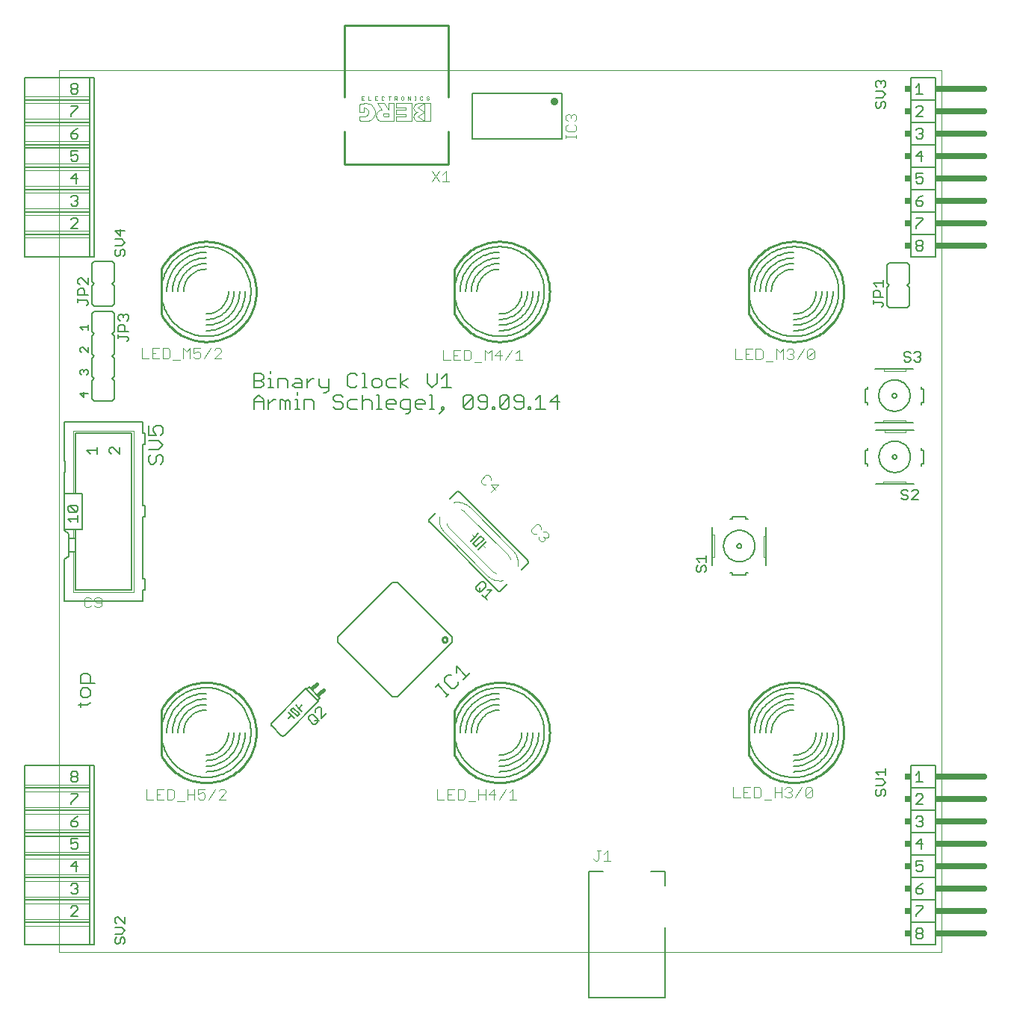
<source format=gto>
G75*
%MOIN*%
%OFA0B0*%
%FSLAX24Y24*%
%IPPOS*%
%LPD*%
%AMOC8*
5,1,8,0,0,1.08239X$1,22.5*
%
%ADD10C,0.0000*%
%ADD11C,0.0060*%
%ADD12C,0.0080*%
%ADD13C,0.0100*%
%ADD14C,0.0020*%
%ADD15C,0.0050*%
%ADD16C,0.0160*%
%ADD17R,0.0160X0.0230*%
%ADD18C,0.0040*%
%ADD19C,0.0260*%
%ADD20R,0.0300X0.0260*%
%ADD21R,0.0260X0.0260*%
%ADD22C,0.0010*%
%ADD23C,0.0348*%
%ADD24C,0.0070*%
D10*
X001661Y002241D02*
X001661Y041611D01*
X041032Y041611D01*
X041032Y002241D01*
X001661Y002241D01*
D11*
X000130Y002572D02*
X000130Y003422D01*
X000130Y003572D01*
X003030Y003572D01*
X003030Y003722D01*
X003030Y004422D01*
X003030Y004572D01*
X000130Y004572D01*
X000130Y004722D01*
X000130Y005422D01*
X000130Y005572D01*
X003030Y005572D01*
X003030Y005722D01*
X003030Y006422D01*
X003030Y006572D01*
X000130Y006572D01*
X000130Y006722D01*
X000130Y007422D01*
X000130Y007572D01*
X000130Y007722D01*
X000130Y008422D01*
X000130Y008572D01*
X000130Y008722D01*
X000130Y009422D01*
X000130Y009572D01*
X000130Y009722D01*
X000130Y010572D01*
X003030Y010572D01*
X003030Y009722D01*
X003030Y009572D01*
X003030Y009422D01*
X003030Y008722D01*
X003030Y008572D01*
X003030Y008422D01*
X003030Y007722D01*
X003030Y007572D01*
X003030Y007422D01*
X000130Y007422D01*
X000130Y007572D02*
X003030Y007572D01*
X003030Y007422D02*
X003030Y006722D01*
X003030Y006572D01*
X003030Y005572D02*
X003030Y005422D01*
X003030Y004722D01*
X003030Y004572D01*
X003030Y003572D02*
X003030Y003422D01*
X003030Y002572D01*
X000130Y002572D01*
X000130Y003572D02*
X000130Y003722D01*
X000130Y004422D01*
X000130Y004572D01*
X000130Y005572D02*
X000130Y005722D01*
X000130Y006422D01*
X000130Y006572D01*
X000130Y008572D02*
X003030Y008572D01*
X003030Y009572D02*
X000130Y009572D01*
X003030Y010572D02*
X003230Y010572D01*
X003230Y002572D01*
X003030Y002572D01*
X011575Y011923D02*
X011151Y012348D01*
X011151Y012347D02*
X011140Y012361D01*
X011131Y012376D01*
X011125Y012392D01*
X011122Y012409D01*
X011122Y012427D01*
X011125Y012444D01*
X011131Y012460D01*
X011140Y012475D01*
X011151Y012489D01*
X012671Y014009D01*
X012707Y013974D01*
X013202Y013479D01*
X013237Y013444D01*
X011717Y011923D01*
X011703Y011912D01*
X011688Y011903D01*
X011672Y011897D01*
X011655Y011894D01*
X011637Y011894D01*
X011620Y011897D01*
X011604Y011903D01*
X011589Y011912D01*
X011575Y011923D01*
X011893Y012666D02*
X012035Y012807D01*
X011893Y012949D01*
X011999Y013055D02*
X012282Y012772D01*
X012388Y012878D01*
X012106Y013161D01*
X011999Y013055D01*
X012035Y012807D02*
X012176Y012666D01*
X012494Y012984D02*
X012353Y013125D01*
X012212Y013267D01*
X012353Y013125D02*
X012494Y013267D01*
X012707Y013974D02*
X012813Y014080D01*
X013308Y013585D01*
X013202Y013479D01*
X018470Y014091D02*
X018621Y014242D01*
X018545Y014166D02*
X018998Y013713D01*
X018923Y013638D02*
X019074Y013789D01*
X019151Y014017D02*
X018849Y014319D01*
X018849Y014470D01*
X019000Y014621D01*
X019151Y014621D01*
X019380Y014700D02*
X019380Y015001D01*
X019833Y014549D01*
X019682Y014398D02*
X019984Y014700D01*
X019453Y014319D02*
X019453Y014168D01*
X019302Y014017D01*
X019151Y014017D01*
X021219Y018387D02*
X018178Y021428D01*
X018167Y021442D01*
X018158Y021457D01*
X018152Y021473D01*
X018149Y021490D01*
X018149Y021508D01*
X018152Y021525D01*
X018158Y021541D01*
X018167Y021556D01*
X018178Y021570D01*
X018178Y021569D02*
X018461Y021852D01*
X019097Y022489D02*
X019380Y022772D01*
X019394Y022783D01*
X019409Y022792D01*
X019425Y022798D01*
X019442Y022801D01*
X019460Y022801D01*
X019477Y022798D01*
X019493Y022792D01*
X019508Y022783D01*
X019522Y022772D01*
X022562Y019731D01*
X022573Y019717D01*
X022582Y019702D01*
X022588Y019686D01*
X022591Y019669D01*
X022591Y019651D01*
X022588Y019634D01*
X022582Y019618D01*
X022573Y019603D01*
X022562Y019589D01*
X022562Y019590D02*
X022279Y019307D01*
X021643Y018670D02*
X021360Y018387D01*
X021346Y018376D01*
X021331Y018367D01*
X021315Y018361D01*
X021298Y018358D01*
X021280Y018358D01*
X021263Y018361D01*
X021247Y018367D01*
X021232Y018376D01*
X021218Y018387D01*
X020370Y020226D02*
X020547Y020403D01*
X020724Y020580D01*
X020618Y020686D02*
X020476Y020827D01*
X020123Y020473D01*
X020264Y020332D01*
X020618Y020686D01*
X020370Y020933D02*
X020193Y020756D01*
X020017Y020580D01*
X018625Y026270D02*
X018838Y026484D01*
X018731Y026484D01*
X018731Y026590D01*
X018838Y026590D01*
X018838Y026484D01*
X018408Y026484D02*
X018195Y026484D01*
X018302Y026484D02*
X018302Y027124D01*
X018195Y027124D01*
X018301Y027428D02*
X018515Y027642D01*
X018515Y028069D01*
X018732Y027855D02*
X018946Y028069D01*
X018946Y027428D01*
X019159Y027428D02*
X018732Y027428D01*
X018301Y027428D02*
X018088Y027642D01*
X018088Y028069D01*
X017226Y027855D02*
X016906Y027642D01*
X017226Y027428D01*
X016906Y027428D02*
X016906Y028069D01*
X016688Y027855D02*
X016368Y027855D01*
X016261Y027749D01*
X016261Y027535D01*
X016368Y027428D01*
X016688Y027428D01*
X016582Y026911D02*
X016368Y026911D01*
X016261Y026804D01*
X016261Y026590D01*
X016368Y026484D01*
X016582Y026484D01*
X016688Y026697D02*
X016261Y026697D01*
X016045Y026484D02*
X015832Y026484D01*
X015938Y026484D02*
X015938Y027124D01*
X015832Y027124D01*
X015937Y027428D02*
X016044Y027535D01*
X016044Y027749D01*
X015937Y027855D01*
X015723Y027855D01*
X015617Y027749D01*
X015617Y027535D01*
X015723Y027428D01*
X015937Y027428D01*
X015401Y027428D02*
X015187Y027428D01*
X015294Y027428D02*
X015294Y028069D01*
X015187Y028069D01*
X014970Y027962D02*
X014863Y028069D01*
X014649Y028069D01*
X014542Y027962D01*
X014542Y027535D01*
X014649Y027428D01*
X014863Y027428D01*
X014970Y027535D01*
X015187Y027124D02*
X015187Y026484D01*
X014970Y026484D02*
X014649Y026484D01*
X014542Y026590D01*
X014542Y026804D01*
X014649Y026911D01*
X014970Y026911D01*
X015187Y026804D02*
X015294Y026911D01*
X015507Y026911D01*
X015614Y026804D01*
X015614Y026484D01*
X016582Y026911D02*
X016688Y026804D01*
X016688Y026697D01*
X016906Y026804D02*
X016906Y026590D01*
X017013Y026484D01*
X017333Y026484D01*
X017333Y026377D02*
X017333Y026911D01*
X017013Y026911D01*
X016906Y026804D01*
X017119Y026270D02*
X017226Y026270D01*
X017333Y026377D01*
X017550Y026590D02*
X017550Y026804D01*
X017657Y026911D01*
X017871Y026911D01*
X017977Y026804D01*
X017977Y026697D01*
X017550Y026697D01*
X017550Y026590D02*
X017657Y026484D01*
X017871Y026484D01*
X019699Y026590D02*
X020126Y027017D01*
X020126Y026590D01*
X020019Y026484D01*
X019806Y026484D01*
X019699Y026590D01*
X019699Y027017D01*
X019806Y027124D01*
X020019Y027124D01*
X020126Y027017D01*
X020343Y027017D02*
X020343Y026911D01*
X020450Y026804D01*
X020770Y026804D01*
X020770Y027017D02*
X020664Y027124D01*
X020450Y027124D01*
X020343Y027017D01*
X020343Y026590D02*
X020450Y026484D01*
X020664Y026484D01*
X020770Y026590D01*
X020770Y027017D01*
X020988Y026590D02*
X021095Y026590D01*
X021095Y026484D01*
X020988Y026484D01*
X020988Y026590D01*
X021310Y026590D02*
X021310Y027017D01*
X021417Y027124D01*
X021631Y027124D01*
X021737Y027017D01*
X021310Y026590D01*
X021417Y026484D01*
X021631Y026484D01*
X021737Y026590D01*
X021737Y027017D01*
X021955Y027017D02*
X021955Y026911D01*
X022062Y026804D01*
X022382Y026804D01*
X022382Y027017D02*
X022275Y027124D01*
X022062Y027124D01*
X021955Y027017D01*
X021955Y026590D02*
X022062Y026484D01*
X022275Y026484D01*
X022382Y026590D01*
X022382Y027017D01*
X022599Y026590D02*
X022706Y026590D01*
X022706Y026484D01*
X022599Y026484D01*
X022599Y026590D01*
X022922Y026484D02*
X023349Y026484D01*
X023135Y026484D02*
X023135Y027124D01*
X022922Y026911D01*
X023566Y026804D02*
X023993Y026804D01*
X023886Y027124D02*
X023566Y026804D01*
X023886Y026484D02*
X023886Y027124D01*
X030804Y021221D02*
X030804Y020871D01*
X030804Y019871D01*
X030804Y019521D01*
X031604Y019171D02*
X031704Y019171D01*
X031704Y019071D01*
X032304Y019071D01*
X032304Y019171D01*
X032404Y019171D01*
X033204Y019521D02*
X033204Y019871D01*
X033204Y020821D01*
X033204Y021221D01*
X032404Y021571D02*
X032304Y021571D01*
X032304Y021671D01*
X031704Y021671D01*
X031704Y021571D01*
X031604Y021571D01*
X031904Y020371D02*
X031906Y020391D01*
X031912Y020409D01*
X031921Y020427D01*
X031933Y020442D01*
X031948Y020454D01*
X031966Y020463D01*
X031984Y020469D01*
X032004Y020471D01*
X032024Y020469D01*
X032042Y020463D01*
X032060Y020454D01*
X032075Y020442D01*
X032087Y020427D01*
X032096Y020409D01*
X032102Y020391D01*
X032104Y020371D01*
X032102Y020351D01*
X032096Y020333D01*
X032087Y020315D01*
X032075Y020300D01*
X032060Y020288D01*
X032042Y020279D01*
X032024Y020273D01*
X032004Y020271D01*
X031984Y020273D01*
X031966Y020279D01*
X031948Y020288D01*
X031933Y020300D01*
X031921Y020315D01*
X031912Y020333D01*
X031906Y020351D01*
X031904Y020371D01*
X031304Y020371D02*
X031306Y020423D01*
X031312Y020475D01*
X031322Y020527D01*
X031335Y020577D01*
X031352Y020627D01*
X031373Y020675D01*
X031398Y020721D01*
X031426Y020765D01*
X031457Y020807D01*
X031491Y020847D01*
X031528Y020884D01*
X031568Y020918D01*
X031610Y020949D01*
X031654Y020977D01*
X031700Y021002D01*
X031748Y021023D01*
X031798Y021040D01*
X031848Y021053D01*
X031900Y021063D01*
X031952Y021069D01*
X032004Y021071D01*
X032056Y021069D01*
X032108Y021063D01*
X032160Y021053D01*
X032210Y021040D01*
X032260Y021023D01*
X032308Y021002D01*
X032354Y020977D01*
X032398Y020949D01*
X032440Y020918D01*
X032480Y020884D01*
X032517Y020847D01*
X032551Y020807D01*
X032582Y020765D01*
X032610Y020721D01*
X032635Y020675D01*
X032656Y020627D01*
X032673Y020577D01*
X032686Y020527D01*
X032696Y020475D01*
X032702Y020423D01*
X032704Y020371D01*
X032702Y020319D01*
X032696Y020267D01*
X032686Y020215D01*
X032673Y020165D01*
X032656Y020115D01*
X032635Y020067D01*
X032610Y020021D01*
X032582Y019977D01*
X032551Y019935D01*
X032517Y019895D01*
X032480Y019858D01*
X032440Y019824D01*
X032398Y019793D01*
X032354Y019765D01*
X032308Y019740D01*
X032260Y019719D01*
X032210Y019702D01*
X032160Y019689D01*
X032108Y019679D01*
X032056Y019673D01*
X032004Y019671D01*
X031952Y019673D01*
X031900Y019679D01*
X031848Y019689D01*
X031798Y019702D01*
X031748Y019719D01*
X031700Y019740D01*
X031654Y019765D01*
X031610Y019793D01*
X031568Y019824D01*
X031528Y019858D01*
X031491Y019895D01*
X031457Y019935D01*
X031426Y019977D01*
X031398Y020021D01*
X031373Y020067D01*
X031352Y020115D01*
X031335Y020165D01*
X031322Y020215D01*
X031312Y020267D01*
X031306Y020319D01*
X031304Y020371D01*
X037637Y024055D02*
X037737Y024055D01*
X037737Y023955D01*
X037637Y024055D02*
X037637Y024655D01*
X037737Y024655D01*
X037737Y024755D01*
X038087Y025555D02*
X038487Y025555D01*
X039437Y025555D01*
X039787Y025555D01*
X039775Y025887D02*
X039425Y025887D01*
X038425Y025887D01*
X038075Y025887D01*
X037725Y026687D02*
X037725Y026787D01*
X037625Y026787D01*
X037625Y027387D01*
X037725Y027387D01*
X037725Y027487D01*
X038075Y028287D02*
X038475Y028287D01*
X039425Y028287D01*
X039775Y028287D01*
X040125Y027487D02*
X040125Y027387D01*
X040225Y027387D01*
X040225Y026787D01*
X040125Y026787D01*
X040125Y026687D01*
X038825Y027087D02*
X038827Y027107D01*
X038833Y027125D01*
X038842Y027143D01*
X038854Y027158D01*
X038869Y027170D01*
X038887Y027179D01*
X038905Y027185D01*
X038925Y027187D01*
X038945Y027185D01*
X038963Y027179D01*
X038981Y027170D01*
X038996Y027158D01*
X039008Y027143D01*
X039017Y027125D01*
X039023Y027107D01*
X039025Y027087D01*
X039023Y027067D01*
X039017Y027049D01*
X039008Y027031D01*
X038996Y027016D01*
X038981Y027004D01*
X038963Y026995D01*
X038945Y026989D01*
X038925Y026987D01*
X038905Y026989D01*
X038887Y026995D01*
X038869Y027004D01*
X038854Y027016D01*
X038842Y027031D01*
X038833Y027049D01*
X038827Y027067D01*
X038825Y027087D01*
X038225Y027087D02*
X038227Y027139D01*
X038233Y027191D01*
X038243Y027243D01*
X038256Y027293D01*
X038273Y027343D01*
X038294Y027391D01*
X038319Y027437D01*
X038347Y027481D01*
X038378Y027523D01*
X038412Y027563D01*
X038449Y027600D01*
X038489Y027634D01*
X038531Y027665D01*
X038575Y027693D01*
X038621Y027718D01*
X038669Y027739D01*
X038719Y027756D01*
X038769Y027769D01*
X038821Y027779D01*
X038873Y027785D01*
X038925Y027787D01*
X038977Y027785D01*
X039029Y027779D01*
X039081Y027769D01*
X039131Y027756D01*
X039181Y027739D01*
X039229Y027718D01*
X039275Y027693D01*
X039319Y027665D01*
X039361Y027634D01*
X039401Y027600D01*
X039438Y027563D01*
X039472Y027523D01*
X039503Y027481D01*
X039531Y027437D01*
X039556Y027391D01*
X039577Y027343D01*
X039594Y027293D01*
X039607Y027243D01*
X039617Y027191D01*
X039623Y027139D01*
X039625Y027087D01*
X039623Y027035D01*
X039617Y026983D01*
X039607Y026931D01*
X039594Y026881D01*
X039577Y026831D01*
X039556Y026783D01*
X039531Y026737D01*
X039503Y026693D01*
X039472Y026651D01*
X039438Y026611D01*
X039401Y026574D01*
X039361Y026540D01*
X039319Y026509D01*
X039275Y026481D01*
X039229Y026456D01*
X039181Y026435D01*
X039131Y026418D01*
X039081Y026405D01*
X039029Y026395D01*
X038977Y026389D01*
X038925Y026387D01*
X038873Y026389D01*
X038821Y026395D01*
X038769Y026405D01*
X038719Y026418D01*
X038669Y026435D01*
X038621Y026456D01*
X038575Y026481D01*
X038531Y026509D01*
X038489Y026540D01*
X038449Y026574D01*
X038412Y026611D01*
X038378Y026651D01*
X038347Y026693D01*
X038319Y026737D01*
X038294Y026783D01*
X038273Y026831D01*
X038256Y026881D01*
X038243Y026931D01*
X038233Y026983D01*
X038227Y027035D01*
X038225Y027087D01*
X040137Y024755D02*
X040137Y024655D01*
X040237Y024655D01*
X040237Y024055D01*
X040137Y024055D01*
X040137Y023955D01*
X039787Y023155D02*
X039437Y023155D01*
X038437Y023155D01*
X038087Y023155D01*
X038837Y024355D02*
X038839Y024375D01*
X038845Y024393D01*
X038854Y024411D01*
X038866Y024426D01*
X038881Y024438D01*
X038899Y024447D01*
X038917Y024453D01*
X038937Y024455D01*
X038957Y024453D01*
X038975Y024447D01*
X038993Y024438D01*
X039008Y024426D01*
X039020Y024411D01*
X039029Y024393D01*
X039035Y024375D01*
X039037Y024355D01*
X039035Y024335D01*
X039029Y024317D01*
X039020Y024299D01*
X039008Y024284D01*
X038993Y024272D01*
X038975Y024263D01*
X038957Y024257D01*
X038937Y024255D01*
X038917Y024257D01*
X038899Y024263D01*
X038881Y024272D01*
X038866Y024284D01*
X038854Y024299D01*
X038845Y024317D01*
X038839Y024335D01*
X038837Y024355D01*
X038237Y024355D02*
X038239Y024407D01*
X038245Y024459D01*
X038255Y024511D01*
X038268Y024561D01*
X038285Y024611D01*
X038306Y024659D01*
X038331Y024705D01*
X038359Y024749D01*
X038390Y024791D01*
X038424Y024831D01*
X038461Y024868D01*
X038501Y024902D01*
X038543Y024933D01*
X038587Y024961D01*
X038633Y024986D01*
X038681Y025007D01*
X038731Y025024D01*
X038781Y025037D01*
X038833Y025047D01*
X038885Y025053D01*
X038937Y025055D01*
X038989Y025053D01*
X039041Y025047D01*
X039093Y025037D01*
X039143Y025024D01*
X039193Y025007D01*
X039241Y024986D01*
X039287Y024961D01*
X039331Y024933D01*
X039373Y024902D01*
X039413Y024868D01*
X039450Y024831D01*
X039484Y024791D01*
X039515Y024749D01*
X039543Y024705D01*
X039568Y024659D01*
X039589Y024611D01*
X039606Y024561D01*
X039619Y024511D01*
X039629Y024459D01*
X039635Y024407D01*
X039637Y024355D01*
X039635Y024303D01*
X039629Y024251D01*
X039619Y024199D01*
X039606Y024149D01*
X039589Y024099D01*
X039568Y024051D01*
X039543Y024005D01*
X039515Y023961D01*
X039484Y023919D01*
X039450Y023879D01*
X039413Y023842D01*
X039373Y023808D01*
X039331Y023777D01*
X039287Y023749D01*
X039241Y023724D01*
X039193Y023703D01*
X039143Y023686D01*
X039093Y023673D01*
X039041Y023663D01*
X038989Y023657D01*
X038937Y023655D01*
X038885Y023657D01*
X038833Y023663D01*
X038781Y023673D01*
X038731Y023686D01*
X038681Y023703D01*
X038633Y023724D01*
X038587Y023749D01*
X038543Y023777D01*
X038501Y023808D01*
X038461Y023842D01*
X038424Y023879D01*
X038390Y023919D01*
X038359Y023961D01*
X038331Y024005D01*
X038306Y024051D01*
X038285Y024099D01*
X038268Y024149D01*
X038255Y024199D01*
X038245Y024251D01*
X038239Y024303D01*
X038237Y024355D01*
X038702Y031005D02*
X039502Y031005D01*
X039602Y031105D01*
X039602Y031905D01*
X039502Y032005D01*
X039602Y032105D01*
X039602Y032905D01*
X039502Y033005D01*
X038702Y033005D01*
X038602Y032905D01*
X038602Y032105D01*
X038702Y032005D01*
X038602Y031905D01*
X038602Y031105D01*
X038702Y031005D01*
X039663Y033280D02*
X039663Y034280D01*
X039663Y035280D01*
X039663Y036280D01*
X040763Y036280D01*
X040763Y037280D01*
X040763Y038280D01*
X040763Y039280D01*
X040763Y040280D01*
X040763Y041280D01*
X039663Y041280D01*
X039663Y040280D01*
X039663Y039280D01*
X040763Y039280D01*
X040763Y038280D02*
X039663Y038280D01*
X039663Y039280D01*
X039663Y038280D02*
X039663Y037280D01*
X040763Y037280D01*
X040763Y036280D02*
X040763Y035280D01*
X040763Y034280D01*
X039663Y034280D01*
X039663Y033280D02*
X040763Y033280D01*
X040763Y034280D01*
X040763Y035280D02*
X039663Y035280D01*
X039663Y036280D02*
X039663Y037280D01*
X039663Y040280D02*
X040763Y040280D01*
X014325Y027017D02*
X014218Y027124D01*
X014005Y027124D01*
X013898Y027017D01*
X013898Y026911D01*
X014005Y026804D01*
X014218Y026804D01*
X014325Y026697D01*
X014325Y026590D01*
X014218Y026484D01*
X014005Y026484D01*
X013898Y026590D01*
X013574Y027215D02*
X013467Y027215D01*
X013574Y027215D02*
X013680Y027322D01*
X013680Y027855D01*
X013680Y027428D02*
X013360Y027428D01*
X013253Y027535D01*
X013253Y027855D01*
X013037Y027855D02*
X012930Y027855D01*
X012716Y027642D01*
X012716Y027855D02*
X012716Y027428D01*
X012499Y027428D02*
X012499Y027749D01*
X012392Y027855D01*
X012178Y027855D01*
X012178Y027642D02*
X012499Y027642D01*
X012499Y027428D02*
X012178Y027428D01*
X012072Y027535D01*
X012178Y027642D01*
X011854Y027749D02*
X011854Y027428D01*
X011854Y027749D02*
X011747Y027855D01*
X011427Y027855D01*
X011427Y027428D01*
X011211Y027428D02*
X010997Y027428D01*
X011104Y027428D02*
X011104Y027855D01*
X010997Y027855D01*
X010780Y027855D02*
X010673Y027749D01*
X010353Y027749D01*
X010353Y028069D02*
X010353Y027428D01*
X010673Y027428D01*
X010780Y027535D01*
X010780Y027642D01*
X010673Y027749D01*
X010780Y027855D02*
X010780Y027962D01*
X010673Y028069D01*
X010353Y028069D01*
X011104Y028069D02*
X011104Y028176D01*
X010566Y027124D02*
X010353Y026911D01*
X010353Y026484D01*
X010353Y026804D02*
X010780Y026804D01*
X010780Y026911D02*
X010780Y026484D01*
X010997Y026484D02*
X010997Y026911D01*
X010997Y026697D02*
X011211Y026911D01*
X011318Y026911D01*
X011535Y026911D02*
X011641Y026911D01*
X011748Y026804D01*
X011855Y026911D01*
X011962Y026804D01*
X011962Y026484D01*
X011748Y026484D02*
X011748Y026804D01*
X011535Y026911D02*
X011535Y026484D01*
X012179Y026484D02*
X012393Y026484D01*
X012286Y026484D02*
X012286Y026911D01*
X012179Y026911D01*
X012286Y027124D02*
X012286Y027231D01*
X012609Y026911D02*
X012929Y026911D01*
X013036Y026804D01*
X013036Y026484D01*
X012609Y026484D02*
X012609Y026911D01*
X010780Y026911D02*
X010566Y027124D01*
X004130Y026955D02*
X004130Y027755D01*
X004030Y027855D01*
X004130Y027955D01*
X004130Y028755D01*
X004030Y028855D01*
X004130Y028955D01*
X004130Y029755D01*
X004030Y029855D01*
X004130Y029955D01*
X004130Y030755D01*
X004030Y030855D01*
X003230Y030855D01*
X003130Y030755D01*
X003130Y029955D01*
X003230Y029855D01*
X003130Y029755D01*
X003130Y028955D01*
X003230Y028855D01*
X003130Y028755D01*
X003130Y027955D01*
X003230Y027855D01*
X003130Y027755D01*
X003130Y026955D01*
X003230Y026855D01*
X004030Y026855D01*
X004130Y026955D01*
X004030Y031083D02*
X003230Y031083D01*
X003130Y031183D01*
X003130Y031983D01*
X003230Y032083D01*
X003130Y032183D01*
X003130Y032983D01*
X003230Y033083D01*
X004030Y033083D01*
X004130Y032983D01*
X004130Y032183D01*
X004030Y032083D01*
X004130Y031983D01*
X004130Y031183D01*
X004030Y031083D01*
X003230Y033280D02*
X003230Y041280D01*
X003030Y041280D01*
X003030Y040430D01*
X003030Y040280D01*
X003030Y040130D01*
X003030Y039430D01*
X003030Y039280D01*
X003030Y039130D01*
X003030Y038430D01*
X003030Y038280D01*
X003030Y038130D01*
X000130Y038130D01*
X000130Y038280D01*
X000130Y038430D01*
X000130Y039130D01*
X000130Y039280D01*
X000130Y039430D01*
X000130Y040130D01*
X000130Y040280D01*
X000130Y040430D01*
X000130Y041280D01*
X003030Y041280D01*
X003030Y040280D02*
X000130Y040280D01*
X000130Y039280D02*
X003030Y039280D01*
X003030Y038280D02*
X000130Y038280D01*
X000130Y038130D02*
X000130Y037430D01*
X000130Y037280D01*
X003030Y037280D01*
X003030Y037430D01*
X003030Y038130D01*
X003030Y037280D02*
X003030Y037130D01*
X003030Y036430D01*
X003030Y036280D01*
X000130Y036280D01*
X000130Y036430D01*
X000130Y037130D01*
X000130Y037280D01*
X000130Y036280D02*
X000130Y036130D01*
X000130Y035430D01*
X000130Y035280D01*
X003030Y035280D01*
X003030Y035430D01*
X003030Y036130D01*
X003030Y036280D01*
X003030Y035280D02*
X003030Y035130D01*
X003030Y034430D01*
X003030Y034280D01*
X000130Y034280D01*
X000130Y034430D01*
X000130Y035130D01*
X000130Y035280D01*
X000130Y034280D02*
X000130Y034130D01*
X000130Y033280D01*
X003030Y033280D01*
X003030Y034130D01*
X003030Y034280D01*
X003030Y033280D02*
X003230Y033280D01*
X002942Y014678D02*
X003049Y014571D01*
X003049Y014251D01*
X003262Y014251D02*
X002622Y014251D01*
X002622Y014571D01*
X002729Y014678D01*
X002942Y014678D01*
X002942Y014033D02*
X002729Y014033D01*
X002622Y013926D01*
X002622Y013713D01*
X002729Y013606D01*
X002942Y013606D01*
X003049Y013713D01*
X003049Y013926D01*
X002942Y014033D01*
X003049Y013390D02*
X002942Y013283D01*
X002515Y013283D01*
X002622Y013176D02*
X002622Y013390D01*
X039663Y010572D02*
X039663Y009572D01*
X039663Y008572D01*
X040763Y008572D01*
X040763Y009572D01*
X040763Y010572D01*
X039663Y010572D01*
X039663Y009572D02*
X040763Y009572D01*
X040763Y008572D02*
X040763Y007572D01*
X040763Y006572D01*
X040763Y005572D01*
X039663Y005572D01*
X039663Y006572D01*
X039663Y007572D01*
X039663Y008572D01*
X039663Y007572D02*
X040763Y007572D01*
X040763Y006572D02*
X039663Y006572D01*
X039663Y005572D02*
X039663Y004572D01*
X039663Y003572D01*
X040763Y003572D01*
X040763Y004572D01*
X040763Y005572D01*
X040763Y004572D02*
X039663Y004572D01*
X039663Y003572D02*
X039663Y002572D01*
X040763Y002572D01*
X040763Y003572D01*
D12*
X028677Y003335D02*
X028677Y000206D01*
X025291Y000206D01*
X025291Y005835D01*
X025921Y005835D01*
X028047Y005835D02*
X028677Y005835D01*
X028677Y005206D01*
X019199Y016078D02*
X016749Y013629D01*
X016527Y013629D01*
X014077Y016078D01*
X014077Y016301D01*
X016527Y018751D01*
X016749Y018751D01*
X019199Y016301D01*
X019199Y016078D01*
X020091Y038540D02*
X024106Y038540D01*
X024106Y040587D01*
X020091Y040587D01*
X020091Y038540D01*
D13*
X019028Y038877D02*
X019028Y037426D01*
X014382Y037426D01*
X014382Y038877D01*
X014382Y040426D02*
X014382Y043627D01*
X019028Y043627D01*
X019028Y040426D01*
X019307Y032729D02*
X019307Y030729D01*
X019351Y030646D01*
X019398Y030565D01*
X019448Y030487D01*
X019502Y030410D01*
X019558Y030335D01*
X019618Y030264D01*
X019681Y030194D01*
X019747Y030128D01*
X019815Y030064D01*
X019886Y030003D01*
X019959Y029945D01*
X020035Y029890D01*
X020113Y029838D01*
X020193Y029790D01*
X020275Y029745D01*
X020359Y029704D01*
X020445Y029666D01*
X020532Y029632D01*
X020620Y029601D01*
X020710Y029574D01*
X020801Y029551D01*
X020892Y029532D01*
X020984Y029516D01*
X021077Y029505D01*
X021171Y029497D01*
X021264Y029493D01*
X021358Y029494D01*
X021451Y029498D01*
X021544Y029506D01*
X021637Y029517D01*
X021729Y029533D01*
X021821Y029553D01*
X021911Y029576D01*
X022001Y029603D01*
X022089Y029634D01*
X022176Y029669D01*
X022262Y029707D01*
X022345Y029749D01*
X022427Y029794D01*
X022507Y029842D01*
X022585Y029894D01*
X022661Y029949D01*
X022734Y030007D01*
X022805Y030069D01*
X022873Y030133D01*
X022938Y030200D01*
X023001Y030269D01*
X023060Y030341D01*
X023117Y030416D01*
X023170Y030493D01*
X023220Y030572D01*
X023267Y030653D01*
X023310Y030736D01*
X023350Y030820D01*
X023386Y030907D01*
X023419Y030994D01*
X023448Y031083D01*
X023473Y031174D01*
X023494Y031265D01*
X023512Y031357D01*
X023525Y031449D01*
X023535Y031542D01*
X023541Y031635D01*
X023543Y031729D01*
X023541Y031823D01*
X023535Y031916D01*
X023525Y032009D01*
X023512Y032101D01*
X023494Y032193D01*
X023473Y032284D01*
X023448Y032375D01*
X023419Y032464D01*
X023386Y032551D01*
X023350Y032638D01*
X023310Y032722D01*
X023267Y032805D01*
X023220Y032886D01*
X023170Y032965D01*
X023117Y033042D01*
X023060Y033117D01*
X023001Y033189D01*
X022938Y033258D01*
X022873Y033325D01*
X022805Y033389D01*
X022734Y033451D01*
X022661Y033509D01*
X022585Y033564D01*
X022507Y033616D01*
X022427Y033664D01*
X022345Y033709D01*
X022262Y033751D01*
X022176Y033789D01*
X022089Y033824D01*
X022001Y033855D01*
X021911Y033882D01*
X021821Y033905D01*
X021729Y033925D01*
X021637Y033941D01*
X021544Y033952D01*
X021451Y033960D01*
X021358Y033964D01*
X021264Y033965D01*
X021171Y033961D01*
X021077Y033953D01*
X020984Y033942D01*
X020892Y033926D01*
X020801Y033907D01*
X020710Y033884D01*
X020620Y033857D01*
X020532Y033826D01*
X020445Y033792D01*
X020359Y033754D01*
X020275Y033713D01*
X020193Y033668D01*
X020113Y033620D01*
X020035Y033568D01*
X019959Y033513D01*
X019886Y033455D01*
X019815Y033394D01*
X019747Y033330D01*
X019681Y033264D01*
X019618Y033194D01*
X019558Y033123D01*
X019502Y033048D01*
X019448Y032971D01*
X019398Y032893D01*
X019351Y032812D01*
X019307Y032729D01*
X006217Y032729D02*
X006261Y032812D01*
X006308Y032893D01*
X006358Y032971D01*
X006412Y033048D01*
X006468Y033123D01*
X006528Y033194D01*
X006591Y033264D01*
X006657Y033330D01*
X006725Y033394D01*
X006796Y033455D01*
X006869Y033513D01*
X006945Y033568D01*
X007023Y033620D01*
X007103Y033668D01*
X007185Y033713D01*
X007269Y033754D01*
X007355Y033792D01*
X007442Y033826D01*
X007530Y033857D01*
X007620Y033884D01*
X007711Y033907D01*
X007802Y033926D01*
X007894Y033942D01*
X007987Y033953D01*
X008081Y033961D01*
X008174Y033965D01*
X008268Y033964D01*
X008361Y033960D01*
X008454Y033952D01*
X008547Y033941D01*
X008639Y033925D01*
X008731Y033905D01*
X008821Y033882D01*
X008911Y033855D01*
X008999Y033824D01*
X009086Y033789D01*
X009172Y033751D01*
X009255Y033709D01*
X009337Y033664D01*
X009417Y033616D01*
X009495Y033564D01*
X009571Y033509D01*
X009644Y033451D01*
X009715Y033389D01*
X009783Y033325D01*
X009848Y033258D01*
X009911Y033189D01*
X009970Y033117D01*
X010027Y033042D01*
X010080Y032965D01*
X010130Y032886D01*
X010177Y032805D01*
X010220Y032722D01*
X010260Y032638D01*
X010296Y032551D01*
X010329Y032464D01*
X010358Y032375D01*
X010383Y032284D01*
X010404Y032193D01*
X010422Y032101D01*
X010435Y032009D01*
X010445Y031916D01*
X010451Y031823D01*
X010453Y031729D01*
X010451Y031635D01*
X010445Y031542D01*
X010435Y031449D01*
X010422Y031357D01*
X010404Y031265D01*
X010383Y031174D01*
X010358Y031083D01*
X010329Y030994D01*
X010296Y030907D01*
X010260Y030820D01*
X010220Y030736D01*
X010177Y030653D01*
X010130Y030572D01*
X010080Y030493D01*
X010027Y030416D01*
X009970Y030341D01*
X009911Y030269D01*
X009848Y030200D01*
X009783Y030133D01*
X009715Y030069D01*
X009644Y030007D01*
X009571Y029949D01*
X009495Y029894D01*
X009417Y029842D01*
X009337Y029794D01*
X009255Y029749D01*
X009172Y029707D01*
X009086Y029669D01*
X008999Y029634D01*
X008911Y029603D01*
X008821Y029576D01*
X008731Y029553D01*
X008639Y029533D01*
X008547Y029517D01*
X008454Y029506D01*
X008361Y029498D01*
X008268Y029494D01*
X008174Y029493D01*
X008081Y029497D01*
X007987Y029505D01*
X007894Y029516D01*
X007802Y029532D01*
X007711Y029551D01*
X007620Y029574D01*
X007530Y029601D01*
X007442Y029632D01*
X007355Y029666D01*
X007269Y029704D01*
X007185Y029745D01*
X007103Y029790D01*
X007023Y029838D01*
X006945Y029890D01*
X006869Y029945D01*
X006796Y030003D01*
X006725Y030064D01*
X006657Y030128D01*
X006591Y030194D01*
X006528Y030264D01*
X006468Y030335D01*
X006412Y030410D01*
X006358Y030487D01*
X006308Y030565D01*
X006261Y030646D01*
X006217Y030729D01*
X006217Y032729D01*
X018754Y016190D02*
X018756Y016210D01*
X018761Y016230D01*
X018771Y016248D01*
X018783Y016265D01*
X018798Y016279D01*
X018816Y016289D01*
X018835Y016297D01*
X018855Y016301D01*
X018875Y016301D01*
X018895Y016297D01*
X018914Y016289D01*
X018932Y016279D01*
X018947Y016265D01*
X018959Y016248D01*
X018969Y016230D01*
X018974Y016210D01*
X018976Y016190D01*
X018974Y016170D01*
X018969Y016150D01*
X018959Y016132D01*
X018947Y016115D01*
X018932Y016101D01*
X018914Y016091D01*
X018895Y016083D01*
X018875Y016079D01*
X018855Y016079D01*
X018835Y016083D01*
X018816Y016091D01*
X018798Y016101D01*
X018783Y016115D01*
X018771Y016132D01*
X018761Y016150D01*
X018756Y016170D01*
X018754Y016190D01*
X019307Y013044D02*
X019307Y011044D01*
X019351Y010961D01*
X019398Y010880D01*
X019448Y010802D01*
X019502Y010725D01*
X019558Y010650D01*
X019618Y010579D01*
X019681Y010509D01*
X019747Y010443D01*
X019815Y010379D01*
X019886Y010318D01*
X019959Y010260D01*
X020035Y010205D01*
X020113Y010153D01*
X020193Y010105D01*
X020275Y010060D01*
X020359Y010019D01*
X020445Y009981D01*
X020532Y009947D01*
X020620Y009916D01*
X020710Y009889D01*
X020801Y009866D01*
X020892Y009847D01*
X020984Y009831D01*
X021077Y009820D01*
X021171Y009812D01*
X021264Y009808D01*
X021358Y009809D01*
X021451Y009813D01*
X021544Y009821D01*
X021637Y009832D01*
X021729Y009848D01*
X021821Y009868D01*
X021911Y009891D01*
X022001Y009918D01*
X022089Y009949D01*
X022176Y009984D01*
X022262Y010022D01*
X022345Y010064D01*
X022427Y010109D01*
X022507Y010157D01*
X022585Y010209D01*
X022661Y010264D01*
X022734Y010322D01*
X022805Y010384D01*
X022873Y010448D01*
X022938Y010515D01*
X023001Y010584D01*
X023060Y010656D01*
X023117Y010731D01*
X023170Y010808D01*
X023220Y010887D01*
X023267Y010968D01*
X023310Y011051D01*
X023350Y011135D01*
X023386Y011222D01*
X023419Y011309D01*
X023448Y011398D01*
X023473Y011489D01*
X023494Y011580D01*
X023512Y011672D01*
X023525Y011764D01*
X023535Y011857D01*
X023541Y011950D01*
X023543Y012044D01*
X023541Y012138D01*
X023535Y012231D01*
X023525Y012324D01*
X023512Y012416D01*
X023494Y012508D01*
X023473Y012599D01*
X023448Y012690D01*
X023419Y012779D01*
X023386Y012866D01*
X023350Y012953D01*
X023310Y013037D01*
X023267Y013120D01*
X023220Y013201D01*
X023170Y013280D01*
X023117Y013357D01*
X023060Y013432D01*
X023001Y013504D01*
X022938Y013573D01*
X022873Y013640D01*
X022805Y013704D01*
X022734Y013766D01*
X022661Y013824D01*
X022585Y013879D01*
X022507Y013931D01*
X022427Y013979D01*
X022345Y014024D01*
X022262Y014066D01*
X022176Y014104D01*
X022089Y014139D01*
X022001Y014170D01*
X021911Y014197D01*
X021821Y014220D01*
X021729Y014240D01*
X021637Y014256D01*
X021544Y014267D01*
X021451Y014275D01*
X021358Y014279D01*
X021264Y014280D01*
X021171Y014276D01*
X021077Y014268D01*
X020984Y014257D01*
X020892Y014241D01*
X020801Y014222D01*
X020710Y014199D01*
X020620Y014172D01*
X020532Y014141D01*
X020445Y014107D01*
X020359Y014069D01*
X020275Y014028D01*
X020193Y013983D01*
X020113Y013935D01*
X020035Y013883D01*
X019959Y013828D01*
X019886Y013770D01*
X019815Y013709D01*
X019747Y013645D01*
X019681Y013579D01*
X019618Y013509D01*
X019558Y013438D01*
X019502Y013363D01*
X019448Y013286D01*
X019398Y013208D01*
X019351Y013127D01*
X019307Y013044D01*
X006217Y013044D02*
X006261Y013127D01*
X006308Y013208D01*
X006358Y013286D01*
X006412Y013363D01*
X006468Y013438D01*
X006528Y013509D01*
X006591Y013579D01*
X006657Y013645D01*
X006725Y013709D01*
X006796Y013770D01*
X006869Y013828D01*
X006945Y013883D01*
X007023Y013935D01*
X007103Y013983D01*
X007185Y014028D01*
X007269Y014069D01*
X007355Y014107D01*
X007442Y014141D01*
X007530Y014172D01*
X007620Y014199D01*
X007711Y014222D01*
X007802Y014241D01*
X007894Y014257D01*
X007987Y014268D01*
X008081Y014276D01*
X008174Y014280D01*
X008268Y014279D01*
X008361Y014275D01*
X008454Y014267D01*
X008547Y014256D01*
X008639Y014240D01*
X008731Y014220D01*
X008821Y014197D01*
X008911Y014170D01*
X008999Y014139D01*
X009086Y014104D01*
X009172Y014066D01*
X009255Y014024D01*
X009337Y013979D01*
X009417Y013931D01*
X009495Y013879D01*
X009571Y013824D01*
X009644Y013766D01*
X009715Y013704D01*
X009783Y013640D01*
X009848Y013573D01*
X009911Y013504D01*
X009970Y013432D01*
X010027Y013357D01*
X010080Y013280D01*
X010130Y013201D01*
X010177Y013120D01*
X010220Y013037D01*
X010260Y012953D01*
X010296Y012866D01*
X010329Y012779D01*
X010358Y012690D01*
X010383Y012599D01*
X010404Y012508D01*
X010422Y012416D01*
X010435Y012324D01*
X010445Y012231D01*
X010451Y012138D01*
X010453Y012044D01*
X010451Y011950D01*
X010445Y011857D01*
X010435Y011764D01*
X010422Y011672D01*
X010404Y011580D01*
X010383Y011489D01*
X010358Y011398D01*
X010329Y011309D01*
X010296Y011222D01*
X010260Y011135D01*
X010220Y011051D01*
X010177Y010968D01*
X010130Y010887D01*
X010080Y010808D01*
X010027Y010731D01*
X009970Y010656D01*
X009911Y010584D01*
X009848Y010515D01*
X009783Y010448D01*
X009715Y010384D01*
X009644Y010322D01*
X009571Y010264D01*
X009495Y010209D01*
X009417Y010157D01*
X009337Y010109D01*
X009255Y010064D01*
X009172Y010022D01*
X009086Y009984D01*
X008999Y009949D01*
X008911Y009918D01*
X008821Y009891D01*
X008731Y009868D01*
X008639Y009848D01*
X008547Y009832D01*
X008454Y009821D01*
X008361Y009813D01*
X008268Y009809D01*
X008174Y009808D01*
X008081Y009812D01*
X007987Y009820D01*
X007894Y009831D01*
X007802Y009847D01*
X007711Y009866D01*
X007620Y009889D01*
X007530Y009916D01*
X007442Y009947D01*
X007355Y009981D01*
X007269Y010019D01*
X007185Y010060D01*
X007103Y010105D01*
X007023Y010153D01*
X006945Y010205D01*
X006869Y010260D01*
X006796Y010318D01*
X006725Y010379D01*
X006657Y010443D01*
X006591Y010509D01*
X006528Y010579D01*
X006468Y010650D01*
X006412Y010725D01*
X006358Y010802D01*
X006308Y010880D01*
X006261Y010961D01*
X006217Y011044D01*
X006217Y013044D01*
X032437Y013044D02*
X032437Y011044D01*
X032481Y010961D01*
X032528Y010880D01*
X032578Y010802D01*
X032632Y010725D01*
X032688Y010650D01*
X032748Y010579D01*
X032811Y010509D01*
X032877Y010443D01*
X032945Y010379D01*
X033016Y010318D01*
X033089Y010260D01*
X033165Y010205D01*
X033243Y010153D01*
X033323Y010105D01*
X033405Y010060D01*
X033489Y010019D01*
X033575Y009981D01*
X033662Y009947D01*
X033750Y009916D01*
X033840Y009889D01*
X033931Y009866D01*
X034022Y009847D01*
X034114Y009831D01*
X034207Y009820D01*
X034301Y009812D01*
X034394Y009808D01*
X034488Y009809D01*
X034581Y009813D01*
X034674Y009821D01*
X034767Y009832D01*
X034859Y009848D01*
X034951Y009868D01*
X035041Y009891D01*
X035131Y009918D01*
X035219Y009949D01*
X035306Y009984D01*
X035392Y010022D01*
X035475Y010064D01*
X035557Y010109D01*
X035637Y010157D01*
X035715Y010209D01*
X035791Y010264D01*
X035864Y010322D01*
X035935Y010384D01*
X036003Y010448D01*
X036068Y010515D01*
X036131Y010584D01*
X036190Y010656D01*
X036247Y010731D01*
X036300Y010808D01*
X036350Y010887D01*
X036397Y010968D01*
X036440Y011051D01*
X036480Y011135D01*
X036516Y011222D01*
X036549Y011309D01*
X036578Y011398D01*
X036603Y011489D01*
X036624Y011580D01*
X036642Y011672D01*
X036655Y011764D01*
X036665Y011857D01*
X036671Y011950D01*
X036673Y012044D01*
X036671Y012138D01*
X036665Y012231D01*
X036655Y012324D01*
X036642Y012416D01*
X036624Y012508D01*
X036603Y012599D01*
X036578Y012690D01*
X036549Y012779D01*
X036516Y012866D01*
X036480Y012953D01*
X036440Y013037D01*
X036397Y013120D01*
X036350Y013201D01*
X036300Y013280D01*
X036247Y013357D01*
X036190Y013432D01*
X036131Y013504D01*
X036068Y013573D01*
X036003Y013640D01*
X035935Y013704D01*
X035864Y013766D01*
X035791Y013824D01*
X035715Y013879D01*
X035637Y013931D01*
X035557Y013979D01*
X035475Y014024D01*
X035392Y014066D01*
X035306Y014104D01*
X035219Y014139D01*
X035131Y014170D01*
X035041Y014197D01*
X034951Y014220D01*
X034859Y014240D01*
X034767Y014256D01*
X034674Y014267D01*
X034581Y014275D01*
X034488Y014279D01*
X034394Y014280D01*
X034301Y014276D01*
X034207Y014268D01*
X034114Y014257D01*
X034022Y014241D01*
X033931Y014222D01*
X033840Y014199D01*
X033750Y014172D01*
X033662Y014141D01*
X033575Y014107D01*
X033489Y014069D01*
X033405Y014028D01*
X033323Y013983D01*
X033243Y013935D01*
X033165Y013883D01*
X033089Y013828D01*
X033016Y013770D01*
X032945Y013709D01*
X032877Y013645D01*
X032811Y013579D01*
X032748Y013509D01*
X032688Y013438D01*
X032632Y013363D01*
X032578Y013286D01*
X032528Y013208D01*
X032481Y013127D01*
X032437Y013044D01*
X032437Y030729D02*
X032437Y032729D01*
X032481Y032812D01*
X032528Y032893D01*
X032578Y032971D01*
X032632Y033048D01*
X032688Y033123D01*
X032748Y033194D01*
X032811Y033264D01*
X032877Y033330D01*
X032945Y033394D01*
X033016Y033455D01*
X033089Y033513D01*
X033165Y033568D01*
X033243Y033620D01*
X033323Y033668D01*
X033405Y033713D01*
X033489Y033754D01*
X033575Y033792D01*
X033662Y033826D01*
X033750Y033857D01*
X033840Y033884D01*
X033931Y033907D01*
X034022Y033926D01*
X034114Y033942D01*
X034207Y033953D01*
X034301Y033961D01*
X034394Y033965D01*
X034488Y033964D01*
X034581Y033960D01*
X034674Y033952D01*
X034767Y033941D01*
X034859Y033925D01*
X034951Y033905D01*
X035041Y033882D01*
X035131Y033855D01*
X035219Y033824D01*
X035306Y033789D01*
X035392Y033751D01*
X035475Y033709D01*
X035557Y033664D01*
X035637Y033616D01*
X035715Y033564D01*
X035791Y033509D01*
X035864Y033451D01*
X035935Y033389D01*
X036003Y033325D01*
X036068Y033258D01*
X036131Y033189D01*
X036190Y033117D01*
X036247Y033042D01*
X036300Y032965D01*
X036350Y032886D01*
X036397Y032805D01*
X036440Y032722D01*
X036480Y032638D01*
X036516Y032551D01*
X036549Y032464D01*
X036578Y032375D01*
X036603Y032284D01*
X036624Y032193D01*
X036642Y032101D01*
X036655Y032009D01*
X036665Y031916D01*
X036671Y031823D01*
X036673Y031729D01*
X036671Y031635D01*
X036665Y031542D01*
X036655Y031449D01*
X036642Y031357D01*
X036624Y031265D01*
X036603Y031174D01*
X036578Y031083D01*
X036549Y030994D01*
X036516Y030907D01*
X036480Y030820D01*
X036440Y030736D01*
X036397Y030653D01*
X036350Y030572D01*
X036300Y030493D01*
X036247Y030416D01*
X036190Y030341D01*
X036131Y030269D01*
X036068Y030200D01*
X036003Y030133D01*
X035935Y030069D01*
X035864Y030007D01*
X035791Y029949D01*
X035715Y029894D01*
X035637Y029842D01*
X035557Y029794D01*
X035475Y029749D01*
X035392Y029707D01*
X035306Y029669D01*
X035219Y029634D01*
X035131Y029603D01*
X035041Y029576D01*
X034951Y029553D01*
X034859Y029533D01*
X034767Y029517D01*
X034674Y029506D01*
X034581Y029498D01*
X034488Y029494D01*
X034394Y029493D01*
X034301Y029497D01*
X034207Y029505D01*
X034114Y029516D01*
X034022Y029532D01*
X033931Y029551D01*
X033840Y029574D01*
X033750Y029601D01*
X033662Y029632D01*
X033575Y029666D01*
X033489Y029704D01*
X033405Y029745D01*
X033323Y029790D01*
X033243Y029838D01*
X033165Y029890D01*
X033089Y029945D01*
X033016Y030003D01*
X032945Y030064D01*
X032877Y030128D01*
X032811Y030194D01*
X032748Y030264D01*
X032688Y030335D01*
X032632Y030410D01*
X032578Y030487D01*
X032528Y030565D01*
X032481Y030646D01*
X032437Y030729D01*
D14*
X038475Y028287D02*
X038475Y028187D01*
X039425Y028187D01*
X039425Y028287D01*
X039425Y025987D02*
X038425Y025987D01*
X038425Y025887D01*
X038487Y025555D02*
X038487Y025455D01*
X039437Y025455D01*
X039437Y025555D01*
X039425Y025887D02*
X039425Y025987D01*
X039437Y023255D02*
X038437Y023255D01*
X038437Y023155D01*
X039437Y023155D02*
X039437Y023255D01*
X033204Y020821D02*
X033104Y020821D01*
X033104Y019871D01*
X033204Y019871D01*
X030904Y019871D02*
X030904Y020871D01*
X030804Y020871D01*
X030804Y019871D02*
X030904Y019871D01*
X021890Y020191D02*
X019981Y022100D01*
X019769Y021888D02*
X021678Y019978D01*
X021161Y019153D02*
X021126Y019166D01*
X021092Y019183D01*
X021059Y019201D01*
X021028Y019222D01*
X020999Y019246D01*
X020971Y019271D01*
X019062Y021181D01*
X018850Y020968D02*
X020759Y019059D01*
X021797Y019789D02*
X021784Y019824D01*
X021767Y019858D01*
X021749Y019891D01*
X021728Y019922D01*
X021704Y019951D01*
X021679Y019979D01*
X021891Y020191D02*
X021929Y020150D01*
X021964Y020107D01*
X021996Y020061D01*
X022024Y020014D01*
X022050Y019964D01*
X022071Y019913D01*
X022090Y019860D01*
X022104Y019807D01*
X022115Y019752D01*
X022122Y019697D01*
X022125Y019641D01*
X022124Y019586D01*
X022119Y019530D01*
X022111Y019475D01*
X021475Y018839D02*
X021420Y018831D01*
X021364Y018826D01*
X021309Y018825D01*
X021253Y018828D01*
X021198Y018835D01*
X021143Y018846D01*
X021090Y018860D01*
X021037Y018879D01*
X020986Y018900D01*
X020936Y018926D01*
X020889Y018954D01*
X020843Y018986D01*
X020800Y019021D01*
X020759Y019059D01*
X020653Y020297D02*
X020547Y020403D01*
X020193Y020756D02*
X020087Y020862D01*
X019982Y022100D02*
X019941Y022138D01*
X019898Y022173D01*
X019852Y022205D01*
X019805Y022233D01*
X019755Y022259D01*
X019704Y022280D01*
X019651Y022299D01*
X019598Y022313D01*
X019543Y022324D01*
X019488Y022331D01*
X019432Y022334D01*
X019377Y022333D01*
X019321Y022328D01*
X019266Y022320D01*
X018630Y021684D02*
X018622Y021629D01*
X018617Y021573D01*
X018616Y021518D01*
X018619Y021462D01*
X018626Y021407D01*
X018637Y021352D01*
X018651Y021299D01*
X018670Y021246D01*
X018691Y021195D01*
X018717Y021145D01*
X018745Y021098D01*
X018777Y021052D01*
X018812Y021009D01*
X018850Y020968D01*
X019062Y021180D02*
X019037Y021208D01*
X019013Y021237D01*
X018992Y021268D01*
X018974Y021301D01*
X018957Y021335D01*
X018944Y021370D01*
X019580Y022006D02*
X019615Y021993D01*
X019649Y021976D01*
X019682Y021958D01*
X019713Y021937D01*
X019742Y021913D01*
X019770Y021888D01*
X004980Y018326D02*
X004980Y025526D01*
X002280Y025526D01*
X002280Y022726D01*
X002280Y021126D02*
X002280Y020726D01*
X002280Y020126D02*
X002280Y018326D01*
X004980Y018326D01*
X003030Y009722D02*
X000130Y009722D01*
X000130Y009422D02*
X003030Y009422D01*
X003030Y008722D02*
X000130Y008722D01*
X000130Y008422D02*
X003030Y008422D01*
X003030Y007722D02*
X000130Y007722D01*
X000130Y006722D02*
X003030Y006722D01*
X003030Y006422D02*
X000130Y006422D01*
X000130Y005722D02*
X003030Y005722D01*
X003030Y005422D02*
X000130Y005422D01*
X000130Y004722D02*
X003030Y004722D01*
X003030Y004422D02*
X000130Y004422D01*
X000130Y003722D02*
X003030Y003722D01*
X003030Y003422D02*
X000130Y003422D01*
X000130Y034130D02*
X003030Y034130D01*
X003030Y034430D02*
X000130Y034430D01*
X000130Y035130D02*
X003030Y035130D01*
X003030Y035430D02*
X000130Y035430D01*
X000130Y036130D02*
X003030Y036130D01*
X003030Y036430D02*
X000130Y036430D01*
X000130Y037130D02*
X003030Y037130D01*
X003030Y037430D02*
X000130Y037430D01*
X000130Y038430D02*
X003030Y038430D01*
X003030Y039130D02*
X000130Y039130D01*
X000130Y039430D02*
X003030Y039430D01*
X003030Y040130D02*
X000130Y040130D01*
X000130Y040430D02*
X003030Y040430D01*
X015065Y040081D02*
X015065Y039737D01*
X015262Y039737D01*
X015262Y039540D02*
X015289Y039542D01*
X015315Y039547D01*
X015340Y039556D01*
X015364Y039569D01*
X015386Y039584D01*
X015406Y039603D01*
X015423Y039623D01*
X015437Y039646D01*
X015448Y039671D01*
X015455Y039697D01*
X015459Y039724D01*
X015459Y039750D01*
X015455Y039777D01*
X015448Y039803D01*
X015437Y039828D01*
X015423Y039851D01*
X015406Y039871D01*
X015386Y039890D01*
X015364Y039905D01*
X015340Y039918D01*
X015315Y039927D01*
X015289Y039932D01*
X015262Y039934D01*
X015262Y039737D01*
X015360Y039343D02*
X015399Y039345D01*
X015437Y039351D01*
X015474Y039360D01*
X015511Y039373D01*
X015546Y039390D01*
X015579Y039409D01*
X015610Y039432D01*
X015639Y039458D01*
X015665Y039487D01*
X015688Y039518D01*
X015707Y039551D01*
X015724Y039586D01*
X015737Y039623D01*
X015746Y039660D01*
X015752Y039698D01*
X015754Y039737D01*
X015752Y039776D01*
X015746Y039814D01*
X015737Y039851D01*
X015724Y039888D01*
X015707Y039923D01*
X015688Y039956D01*
X015665Y039987D01*
X015639Y040016D01*
X015610Y040042D01*
X015579Y040065D01*
X015546Y040084D01*
X015511Y040101D01*
X015474Y040114D01*
X015437Y040123D01*
X015399Y040129D01*
X015360Y040131D01*
X015261Y039540D02*
X015212Y039535D01*
X015163Y039533D01*
X015114Y039535D01*
X015065Y039540D01*
X015067Y039540D02*
X015067Y039365D01*
X015065Y040082D02*
X015122Y040099D01*
X015181Y040113D01*
X015240Y040123D01*
X015300Y040129D01*
X015360Y040131D01*
X015852Y040131D02*
X016049Y039835D01*
X016197Y039688D02*
X016345Y039688D01*
X016345Y039540D01*
X016197Y039540D01*
X016182Y039542D01*
X016167Y039546D01*
X016154Y039554D01*
X016142Y039564D01*
X016133Y039577D01*
X016127Y039591D01*
X016123Y039606D01*
X016123Y039622D01*
X016127Y039637D01*
X016133Y039651D01*
X016142Y039664D01*
X016154Y039674D01*
X016167Y039682D01*
X016182Y039686D01*
X016197Y039688D01*
X016049Y039835D02*
X016019Y039833D01*
X015990Y039828D01*
X015962Y039819D01*
X015935Y039807D01*
X015909Y039791D01*
X015886Y039773D01*
X015865Y039752D01*
X015847Y039729D01*
X015831Y039703D01*
X015819Y039676D01*
X015810Y039648D01*
X015805Y039619D01*
X015803Y039589D01*
X015805Y039559D01*
X015810Y039530D01*
X015819Y039502D01*
X015831Y039475D01*
X015847Y039449D01*
X015865Y039426D01*
X015886Y039405D01*
X015909Y039387D01*
X015935Y039371D01*
X015962Y039359D01*
X015990Y039350D01*
X016019Y039345D01*
X016049Y039343D01*
X016591Y039343D01*
X016591Y040131D01*
X016345Y040131D01*
X016345Y039835D01*
X016148Y040131D01*
X015852Y040131D01*
X015360Y039344D02*
X015285Y039343D01*
X015210Y039347D01*
X015135Y039354D01*
X015061Y039365D01*
X016689Y039343D02*
X017378Y039343D01*
X017378Y040131D01*
X016689Y040131D01*
X016689Y039934D01*
X017132Y039934D01*
X017132Y039835D01*
X016689Y039835D01*
X016689Y039639D01*
X017132Y039639D01*
X017132Y039540D01*
X016689Y039540D01*
X016689Y039343D01*
X017673Y039343D02*
X017969Y039343D01*
X017673Y039540D01*
X017673Y039737D02*
X017646Y039735D01*
X017620Y039730D01*
X017595Y039721D01*
X017571Y039708D01*
X017549Y039693D01*
X017529Y039674D01*
X017512Y039654D01*
X017498Y039631D01*
X017487Y039606D01*
X017480Y039580D01*
X017476Y039553D01*
X017476Y039527D01*
X017480Y039500D01*
X017487Y039474D01*
X017498Y039449D01*
X017512Y039426D01*
X017529Y039406D01*
X017549Y039387D01*
X017571Y039372D01*
X017595Y039359D01*
X017620Y039350D01*
X017646Y039345D01*
X017673Y039343D01*
X017673Y039540D02*
X017969Y039737D01*
X017673Y039934D01*
X017673Y040131D02*
X017646Y040129D01*
X017620Y040124D01*
X017595Y040115D01*
X017571Y040102D01*
X017549Y040087D01*
X017529Y040068D01*
X017512Y040048D01*
X017498Y040025D01*
X017487Y040000D01*
X017480Y039974D01*
X017476Y039947D01*
X017476Y039921D01*
X017480Y039894D01*
X017487Y039868D01*
X017498Y039843D01*
X017512Y039820D01*
X017529Y039800D01*
X017549Y039781D01*
X017571Y039766D01*
X017595Y039753D01*
X017620Y039744D01*
X017646Y039739D01*
X017673Y039737D01*
X017673Y039934D02*
X017969Y040131D01*
X017673Y040131D01*
X017969Y040131D02*
X017969Y039737D01*
X017969Y039343D01*
X018215Y039343D01*
X018215Y040131D01*
X017969Y040131D01*
D15*
X019307Y031729D02*
X019309Y031818D01*
X019315Y031907D01*
X019325Y031996D01*
X019339Y032084D01*
X019356Y032171D01*
X019378Y032257D01*
X019404Y032343D01*
X019433Y032427D01*
X019466Y032510D01*
X019502Y032591D01*
X019543Y032671D01*
X019586Y032748D01*
X019633Y032824D01*
X019684Y032897D01*
X019737Y032968D01*
X019794Y033037D01*
X019854Y033103D01*
X019917Y033167D01*
X019982Y033227D01*
X020050Y033285D01*
X020121Y033339D01*
X020194Y033390D01*
X020269Y033438D01*
X020346Y033483D01*
X020425Y033524D01*
X020506Y033561D01*
X020588Y033595D01*
X020672Y033626D01*
X020757Y033652D01*
X020843Y033675D01*
X020930Y033693D01*
X021018Y033708D01*
X021107Y033719D01*
X021196Y033726D01*
X021285Y033729D01*
X021374Y033728D01*
X021463Y033723D01*
X021551Y033714D01*
X021640Y033701D01*
X021727Y033684D01*
X021814Y033664D01*
X021900Y033639D01*
X021984Y033611D01*
X022067Y033579D01*
X022149Y033543D01*
X022229Y033504D01*
X022307Y033461D01*
X022383Y033415D01*
X022457Y033365D01*
X022529Y033312D01*
X022598Y033256D01*
X022665Y033197D01*
X022729Y033135D01*
X022790Y033071D01*
X022849Y033003D01*
X022904Y032933D01*
X022956Y032861D01*
X023005Y032786D01*
X023050Y032710D01*
X023092Y032631D01*
X023130Y032551D01*
X023165Y032469D01*
X023196Y032385D01*
X023224Y032300D01*
X023247Y032214D01*
X023267Y032127D01*
X023283Y032040D01*
X023295Y031951D01*
X023303Y031863D01*
X023307Y031774D01*
X023307Y031684D01*
X023303Y031595D01*
X023295Y031507D01*
X023283Y031418D01*
X023267Y031331D01*
X023247Y031244D01*
X023224Y031158D01*
X023196Y031073D01*
X023165Y030989D01*
X023130Y030907D01*
X023092Y030827D01*
X023050Y030748D01*
X023005Y030672D01*
X022956Y030597D01*
X022904Y030525D01*
X022849Y030455D01*
X022790Y030387D01*
X022729Y030323D01*
X022665Y030261D01*
X022598Y030202D01*
X022529Y030146D01*
X022457Y030093D01*
X022383Y030043D01*
X022307Y029997D01*
X022229Y029954D01*
X022149Y029915D01*
X022067Y029879D01*
X021984Y029847D01*
X021900Y029819D01*
X021814Y029794D01*
X021727Y029774D01*
X021640Y029757D01*
X021551Y029744D01*
X021463Y029735D01*
X021374Y029730D01*
X021285Y029729D01*
X021196Y029732D01*
X021107Y029739D01*
X021018Y029750D01*
X020930Y029765D01*
X020843Y029783D01*
X020757Y029806D01*
X020672Y029832D01*
X020588Y029863D01*
X020506Y029897D01*
X020425Y029934D01*
X020346Y029975D01*
X020269Y030020D01*
X020194Y030068D01*
X020121Y030119D01*
X020050Y030173D01*
X019982Y030231D01*
X019917Y030291D01*
X019854Y030355D01*
X019794Y030421D01*
X019737Y030490D01*
X019684Y030561D01*
X019633Y030634D01*
X019586Y030710D01*
X019543Y030787D01*
X019502Y030867D01*
X019466Y030948D01*
X019433Y031031D01*
X019404Y031115D01*
X019378Y031201D01*
X019356Y031287D01*
X019339Y031374D01*
X019325Y031462D01*
X019315Y031551D01*
X019309Y031640D01*
X019307Y031729D01*
X021307Y030729D02*
X021367Y030731D01*
X021428Y030736D01*
X021487Y030745D01*
X021546Y030758D01*
X021605Y030774D01*
X021662Y030794D01*
X021717Y030817D01*
X021772Y030844D01*
X021824Y030873D01*
X021875Y030906D01*
X021924Y030942D01*
X021970Y030980D01*
X022014Y031022D01*
X022056Y031066D01*
X022094Y031112D01*
X022130Y031161D01*
X022163Y031212D01*
X022192Y031264D01*
X022219Y031319D01*
X022242Y031374D01*
X022262Y031431D01*
X022278Y031490D01*
X022291Y031549D01*
X022300Y031608D01*
X022305Y031669D01*
X022307Y031729D01*
X022557Y031729D02*
X022555Y031661D01*
X022550Y031594D01*
X022541Y031527D01*
X022528Y031460D01*
X022511Y031395D01*
X022492Y031330D01*
X022468Y031266D01*
X022441Y031204D01*
X022411Y031143D01*
X022378Y031085D01*
X022342Y031028D01*
X022302Y030973D01*
X022260Y030920D01*
X022214Y030869D01*
X022167Y030822D01*
X022116Y030776D01*
X022063Y030734D01*
X022008Y030694D01*
X021951Y030658D01*
X021893Y030625D01*
X021832Y030595D01*
X021770Y030568D01*
X021706Y030544D01*
X021641Y030525D01*
X021576Y030508D01*
X021509Y030495D01*
X021442Y030486D01*
X021375Y030481D01*
X021307Y030479D01*
X021307Y030229D02*
X021383Y030231D01*
X021459Y030237D01*
X021534Y030246D01*
X021609Y030260D01*
X021683Y030277D01*
X021756Y030298D01*
X021828Y030322D01*
X021899Y030351D01*
X021968Y030382D01*
X022035Y030417D01*
X022100Y030456D01*
X022164Y030498D01*
X022225Y030543D01*
X022284Y030591D01*
X022340Y030642D01*
X022394Y030696D01*
X022445Y030752D01*
X022493Y030811D01*
X022538Y030872D01*
X022580Y030936D01*
X022619Y031001D01*
X022654Y031068D01*
X022685Y031137D01*
X022714Y031208D01*
X022738Y031280D01*
X022759Y031353D01*
X022776Y031427D01*
X022790Y031502D01*
X022799Y031577D01*
X022805Y031653D01*
X022807Y031729D01*
X023057Y031729D02*
X023055Y031648D01*
X023050Y031568D01*
X023040Y031487D01*
X023027Y031407D01*
X023011Y031328D01*
X022990Y031250D01*
X022966Y031173D01*
X022939Y031097D01*
X022908Y031022D01*
X022874Y030949D01*
X022836Y030877D01*
X022795Y030808D01*
X022751Y030740D01*
X022704Y030674D01*
X022653Y030611D01*
X022600Y030550D01*
X022544Y030492D01*
X022486Y030436D01*
X022425Y030383D01*
X022362Y030332D01*
X022296Y030285D01*
X022228Y030241D01*
X022159Y030200D01*
X022087Y030162D01*
X022014Y030128D01*
X021939Y030097D01*
X021863Y030070D01*
X021786Y030046D01*
X021708Y030025D01*
X021629Y030009D01*
X021549Y029996D01*
X021468Y029986D01*
X021388Y029981D01*
X021307Y029979D01*
X020307Y031729D02*
X020309Y031789D01*
X020314Y031850D01*
X020323Y031909D01*
X020336Y031968D01*
X020352Y032027D01*
X020372Y032084D01*
X020395Y032139D01*
X020422Y032194D01*
X020451Y032246D01*
X020484Y032297D01*
X020520Y032346D01*
X020558Y032392D01*
X020600Y032436D01*
X020644Y032478D01*
X020690Y032516D01*
X020739Y032552D01*
X020790Y032585D01*
X020842Y032614D01*
X020897Y032641D01*
X020952Y032664D01*
X021009Y032684D01*
X021068Y032700D01*
X021127Y032713D01*
X021186Y032722D01*
X021247Y032727D01*
X021307Y032729D01*
X021307Y032979D02*
X021239Y032977D01*
X021172Y032972D01*
X021105Y032963D01*
X021038Y032950D01*
X020973Y032933D01*
X020908Y032914D01*
X020844Y032890D01*
X020782Y032863D01*
X020721Y032833D01*
X020663Y032800D01*
X020606Y032764D01*
X020551Y032724D01*
X020498Y032682D01*
X020447Y032636D01*
X020400Y032589D01*
X020354Y032538D01*
X020312Y032485D01*
X020272Y032430D01*
X020236Y032373D01*
X020203Y032315D01*
X020173Y032254D01*
X020146Y032192D01*
X020122Y032128D01*
X020103Y032063D01*
X020086Y031998D01*
X020073Y031931D01*
X020064Y031864D01*
X020059Y031797D01*
X020057Y031729D01*
X019807Y031729D02*
X019809Y031805D01*
X019815Y031881D01*
X019824Y031956D01*
X019838Y032031D01*
X019855Y032105D01*
X019876Y032178D01*
X019900Y032250D01*
X019929Y032321D01*
X019960Y032390D01*
X019995Y032457D01*
X020034Y032522D01*
X020076Y032586D01*
X020121Y032647D01*
X020169Y032706D01*
X020220Y032762D01*
X020274Y032816D01*
X020330Y032867D01*
X020389Y032915D01*
X020450Y032960D01*
X020514Y033002D01*
X020579Y033041D01*
X020646Y033076D01*
X020715Y033107D01*
X020786Y033136D01*
X020858Y033160D01*
X020931Y033181D01*
X021005Y033198D01*
X021080Y033212D01*
X021155Y033221D01*
X021231Y033227D01*
X021307Y033229D01*
X021307Y033479D02*
X021226Y033477D01*
X021146Y033472D01*
X021065Y033462D01*
X020985Y033449D01*
X020906Y033433D01*
X020828Y033412D01*
X020751Y033388D01*
X020675Y033361D01*
X020600Y033330D01*
X020527Y033296D01*
X020455Y033258D01*
X020386Y033217D01*
X020318Y033173D01*
X020252Y033126D01*
X020189Y033075D01*
X020128Y033022D01*
X020070Y032966D01*
X020014Y032908D01*
X019961Y032847D01*
X019910Y032784D01*
X019863Y032718D01*
X019819Y032650D01*
X019778Y032581D01*
X019740Y032509D01*
X019706Y032436D01*
X019675Y032361D01*
X019648Y032285D01*
X019624Y032208D01*
X019603Y032130D01*
X019587Y032051D01*
X019574Y031971D01*
X019564Y031890D01*
X019559Y031810D01*
X019557Y031729D01*
X006217Y031729D02*
X006219Y031818D01*
X006225Y031907D01*
X006235Y031996D01*
X006249Y032084D01*
X006266Y032171D01*
X006288Y032257D01*
X006314Y032343D01*
X006343Y032427D01*
X006376Y032510D01*
X006412Y032591D01*
X006453Y032671D01*
X006496Y032748D01*
X006543Y032824D01*
X006594Y032897D01*
X006647Y032968D01*
X006704Y033037D01*
X006764Y033103D01*
X006827Y033167D01*
X006892Y033227D01*
X006960Y033285D01*
X007031Y033339D01*
X007104Y033390D01*
X007179Y033438D01*
X007256Y033483D01*
X007335Y033524D01*
X007416Y033561D01*
X007498Y033595D01*
X007582Y033626D01*
X007667Y033652D01*
X007753Y033675D01*
X007840Y033693D01*
X007928Y033708D01*
X008017Y033719D01*
X008106Y033726D01*
X008195Y033729D01*
X008284Y033728D01*
X008373Y033723D01*
X008461Y033714D01*
X008550Y033701D01*
X008637Y033684D01*
X008724Y033664D01*
X008810Y033639D01*
X008894Y033611D01*
X008977Y033579D01*
X009059Y033543D01*
X009139Y033504D01*
X009217Y033461D01*
X009293Y033415D01*
X009367Y033365D01*
X009439Y033312D01*
X009508Y033256D01*
X009575Y033197D01*
X009639Y033135D01*
X009700Y033071D01*
X009759Y033003D01*
X009814Y032933D01*
X009866Y032861D01*
X009915Y032786D01*
X009960Y032710D01*
X010002Y032631D01*
X010040Y032551D01*
X010075Y032469D01*
X010106Y032385D01*
X010134Y032300D01*
X010157Y032214D01*
X010177Y032127D01*
X010193Y032040D01*
X010205Y031951D01*
X010213Y031863D01*
X010217Y031774D01*
X010217Y031684D01*
X010213Y031595D01*
X010205Y031507D01*
X010193Y031418D01*
X010177Y031331D01*
X010157Y031244D01*
X010134Y031158D01*
X010106Y031073D01*
X010075Y030989D01*
X010040Y030907D01*
X010002Y030827D01*
X009960Y030748D01*
X009915Y030672D01*
X009866Y030597D01*
X009814Y030525D01*
X009759Y030455D01*
X009700Y030387D01*
X009639Y030323D01*
X009575Y030261D01*
X009508Y030202D01*
X009439Y030146D01*
X009367Y030093D01*
X009293Y030043D01*
X009217Y029997D01*
X009139Y029954D01*
X009059Y029915D01*
X008977Y029879D01*
X008894Y029847D01*
X008810Y029819D01*
X008724Y029794D01*
X008637Y029774D01*
X008550Y029757D01*
X008461Y029744D01*
X008373Y029735D01*
X008284Y029730D01*
X008195Y029729D01*
X008106Y029732D01*
X008017Y029739D01*
X007928Y029750D01*
X007840Y029765D01*
X007753Y029783D01*
X007667Y029806D01*
X007582Y029832D01*
X007498Y029863D01*
X007416Y029897D01*
X007335Y029934D01*
X007256Y029975D01*
X007179Y030020D01*
X007104Y030068D01*
X007031Y030119D01*
X006960Y030173D01*
X006892Y030231D01*
X006827Y030291D01*
X006764Y030355D01*
X006704Y030421D01*
X006647Y030490D01*
X006594Y030561D01*
X006543Y030634D01*
X006496Y030710D01*
X006453Y030787D01*
X006412Y030867D01*
X006376Y030948D01*
X006343Y031031D01*
X006314Y031115D01*
X006288Y031201D01*
X006266Y031287D01*
X006249Y031374D01*
X006235Y031462D01*
X006225Y031551D01*
X006219Y031640D01*
X006217Y031729D01*
X004755Y030645D02*
X004755Y030495D01*
X004680Y030420D01*
X004530Y030570D02*
X004530Y030645D01*
X004605Y030720D01*
X004680Y030720D01*
X004755Y030645D01*
X004530Y030645D02*
X004455Y030720D01*
X004380Y030720D01*
X004305Y030645D01*
X004305Y030495D01*
X004380Y030420D01*
X004380Y030260D02*
X004530Y030260D01*
X004605Y030185D01*
X004605Y029959D01*
X004755Y029959D02*
X004305Y029959D01*
X004305Y030185D01*
X004380Y030260D01*
X004305Y029799D02*
X004305Y029649D01*
X004305Y029724D02*
X004680Y029724D01*
X004755Y029649D01*
X004755Y029574D01*
X004680Y029499D01*
X002945Y029248D02*
X002945Y029021D01*
X002718Y029248D01*
X002661Y029248D01*
X002605Y029191D01*
X002605Y029078D01*
X002661Y029021D01*
X002661Y028248D02*
X002718Y028248D01*
X002775Y028191D01*
X002832Y028248D01*
X002888Y028248D01*
X002945Y028191D01*
X002945Y028078D01*
X002888Y028021D01*
X002775Y028134D02*
X002775Y028191D01*
X002661Y028248D02*
X002605Y028191D01*
X002605Y028078D01*
X002661Y028021D01*
X002775Y027248D02*
X002775Y027021D01*
X002605Y027191D01*
X002945Y027191D01*
X001880Y025926D02*
X001880Y024176D01*
X001930Y024176D01*
X001930Y023676D01*
X001880Y023676D01*
X001880Y022726D01*
X002280Y022726D01*
X002380Y022726D01*
X002380Y025426D01*
X004880Y025426D01*
X004880Y018426D01*
X002380Y018426D01*
X002380Y020126D01*
X002380Y020726D01*
X002380Y021126D01*
X002280Y021126D01*
X001880Y021126D01*
X001880Y022726D01*
X002380Y022726D02*
X002680Y022726D01*
X002680Y021126D01*
X002380Y021126D01*
X002505Y021430D02*
X002505Y021730D01*
X002505Y021580D02*
X002055Y021580D01*
X002205Y021430D01*
X001880Y021126D02*
X001880Y021076D01*
X002080Y020926D01*
X002080Y020726D01*
X002080Y020126D01*
X002280Y020126D01*
X002380Y020126D01*
X002080Y020126D02*
X002080Y019926D01*
X001880Y019776D01*
X001880Y017926D01*
X005380Y017926D01*
X005380Y018426D01*
X005480Y018426D01*
X005480Y018926D01*
X005380Y018926D01*
X005380Y021676D01*
X005480Y021676D01*
X005480Y022176D01*
X005380Y022176D01*
X005380Y024926D01*
X005480Y024926D01*
X005480Y025426D01*
X005380Y025426D01*
X005380Y025926D01*
X001880Y025926D01*
X002905Y024641D02*
X003355Y024641D01*
X003355Y024491D02*
X003355Y024791D01*
X003055Y024491D02*
X002905Y024641D01*
X003905Y024716D02*
X003905Y024566D01*
X003980Y024491D01*
X003905Y024716D02*
X003980Y024791D01*
X004055Y024791D01*
X004355Y024491D01*
X004355Y024791D01*
X002430Y022191D02*
X002130Y022191D01*
X002430Y021891D01*
X002505Y021966D01*
X002505Y022116D01*
X002430Y022191D01*
X002130Y022191D02*
X002055Y022116D01*
X002055Y021966D01*
X002130Y021891D01*
X002430Y021891D01*
X002380Y020726D02*
X002280Y020726D01*
X002080Y020726D01*
X006217Y012044D02*
X006219Y012133D01*
X006225Y012222D01*
X006235Y012311D01*
X006249Y012399D01*
X006266Y012486D01*
X006288Y012572D01*
X006314Y012658D01*
X006343Y012742D01*
X006376Y012825D01*
X006412Y012906D01*
X006453Y012986D01*
X006496Y013063D01*
X006543Y013139D01*
X006594Y013212D01*
X006647Y013283D01*
X006704Y013352D01*
X006764Y013418D01*
X006827Y013482D01*
X006892Y013542D01*
X006960Y013600D01*
X007031Y013654D01*
X007104Y013705D01*
X007179Y013753D01*
X007256Y013798D01*
X007335Y013839D01*
X007416Y013876D01*
X007498Y013910D01*
X007582Y013941D01*
X007667Y013967D01*
X007753Y013990D01*
X007840Y014008D01*
X007928Y014023D01*
X008017Y014034D01*
X008106Y014041D01*
X008195Y014044D01*
X008284Y014043D01*
X008373Y014038D01*
X008461Y014029D01*
X008550Y014016D01*
X008637Y013999D01*
X008724Y013979D01*
X008810Y013954D01*
X008894Y013926D01*
X008977Y013894D01*
X009059Y013858D01*
X009139Y013819D01*
X009217Y013776D01*
X009293Y013730D01*
X009367Y013680D01*
X009439Y013627D01*
X009508Y013571D01*
X009575Y013512D01*
X009639Y013450D01*
X009700Y013386D01*
X009759Y013318D01*
X009814Y013248D01*
X009866Y013176D01*
X009915Y013101D01*
X009960Y013025D01*
X010002Y012946D01*
X010040Y012866D01*
X010075Y012784D01*
X010106Y012700D01*
X010134Y012615D01*
X010157Y012529D01*
X010177Y012442D01*
X010193Y012355D01*
X010205Y012266D01*
X010213Y012178D01*
X010217Y012089D01*
X010217Y011999D01*
X010213Y011910D01*
X010205Y011822D01*
X010193Y011733D01*
X010177Y011646D01*
X010157Y011559D01*
X010134Y011473D01*
X010106Y011388D01*
X010075Y011304D01*
X010040Y011222D01*
X010002Y011142D01*
X009960Y011063D01*
X009915Y010987D01*
X009866Y010912D01*
X009814Y010840D01*
X009759Y010770D01*
X009700Y010702D01*
X009639Y010638D01*
X009575Y010576D01*
X009508Y010517D01*
X009439Y010461D01*
X009367Y010408D01*
X009293Y010358D01*
X009217Y010312D01*
X009139Y010269D01*
X009059Y010230D01*
X008977Y010194D01*
X008894Y010162D01*
X008810Y010134D01*
X008724Y010109D01*
X008637Y010089D01*
X008550Y010072D01*
X008461Y010059D01*
X008373Y010050D01*
X008284Y010045D01*
X008195Y010044D01*
X008106Y010047D01*
X008017Y010054D01*
X007928Y010065D01*
X007840Y010080D01*
X007753Y010098D01*
X007667Y010121D01*
X007582Y010147D01*
X007498Y010178D01*
X007416Y010212D01*
X007335Y010249D01*
X007256Y010290D01*
X007179Y010335D01*
X007104Y010383D01*
X007031Y010434D01*
X006960Y010488D01*
X006892Y010546D01*
X006827Y010606D01*
X006764Y010670D01*
X006704Y010736D01*
X006647Y010805D01*
X006594Y010876D01*
X006543Y010949D01*
X006496Y011025D01*
X006453Y011102D01*
X006412Y011182D01*
X006376Y011263D01*
X006343Y011346D01*
X006314Y011430D01*
X006288Y011516D01*
X006266Y011602D01*
X006249Y011689D01*
X006235Y011777D01*
X006225Y011866D01*
X006219Y011955D01*
X006217Y012044D01*
X008217Y011044D02*
X008277Y011046D01*
X008338Y011051D01*
X008397Y011060D01*
X008456Y011073D01*
X008515Y011089D01*
X008572Y011109D01*
X008627Y011132D01*
X008682Y011159D01*
X008734Y011188D01*
X008785Y011221D01*
X008834Y011257D01*
X008880Y011295D01*
X008924Y011337D01*
X008966Y011381D01*
X009004Y011427D01*
X009040Y011476D01*
X009073Y011527D01*
X009102Y011579D01*
X009129Y011634D01*
X009152Y011689D01*
X009172Y011746D01*
X009188Y011805D01*
X009201Y011864D01*
X009210Y011923D01*
X009215Y011984D01*
X009217Y012044D01*
X009467Y012044D02*
X009465Y011976D01*
X009460Y011909D01*
X009451Y011842D01*
X009438Y011775D01*
X009421Y011710D01*
X009402Y011645D01*
X009378Y011581D01*
X009351Y011519D01*
X009321Y011458D01*
X009288Y011400D01*
X009252Y011343D01*
X009212Y011288D01*
X009170Y011235D01*
X009124Y011184D01*
X009077Y011137D01*
X009026Y011091D01*
X008973Y011049D01*
X008918Y011009D01*
X008861Y010973D01*
X008803Y010940D01*
X008742Y010910D01*
X008680Y010883D01*
X008616Y010859D01*
X008551Y010840D01*
X008486Y010823D01*
X008419Y010810D01*
X008352Y010801D01*
X008285Y010796D01*
X008217Y010794D01*
X008217Y010544D02*
X008293Y010546D01*
X008369Y010552D01*
X008444Y010561D01*
X008519Y010575D01*
X008593Y010592D01*
X008666Y010613D01*
X008738Y010637D01*
X008809Y010666D01*
X008878Y010697D01*
X008945Y010732D01*
X009010Y010771D01*
X009074Y010813D01*
X009135Y010858D01*
X009194Y010906D01*
X009250Y010957D01*
X009304Y011011D01*
X009355Y011067D01*
X009403Y011126D01*
X009448Y011187D01*
X009490Y011251D01*
X009529Y011316D01*
X009564Y011383D01*
X009595Y011452D01*
X009624Y011523D01*
X009648Y011595D01*
X009669Y011668D01*
X009686Y011742D01*
X009700Y011817D01*
X009709Y011892D01*
X009715Y011968D01*
X009717Y012044D01*
X009967Y012044D02*
X009965Y011963D01*
X009960Y011883D01*
X009950Y011802D01*
X009937Y011722D01*
X009921Y011643D01*
X009900Y011565D01*
X009876Y011488D01*
X009849Y011412D01*
X009818Y011337D01*
X009784Y011264D01*
X009746Y011192D01*
X009705Y011123D01*
X009661Y011055D01*
X009614Y010989D01*
X009563Y010926D01*
X009510Y010865D01*
X009454Y010807D01*
X009396Y010751D01*
X009335Y010698D01*
X009272Y010647D01*
X009206Y010600D01*
X009138Y010556D01*
X009069Y010515D01*
X008997Y010477D01*
X008924Y010443D01*
X008849Y010412D01*
X008773Y010385D01*
X008696Y010361D01*
X008618Y010340D01*
X008539Y010324D01*
X008459Y010311D01*
X008378Y010301D01*
X008298Y010296D01*
X008217Y010294D01*
X007217Y012044D02*
X007219Y012104D01*
X007224Y012165D01*
X007233Y012224D01*
X007246Y012283D01*
X007262Y012342D01*
X007282Y012399D01*
X007305Y012454D01*
X007332Y012509D01*
X007361Y012561D01*
X007394Y012612D01*
X007430Y012661D01*
X007468Y012707D01*
X007510Y012751D01*
X007554Y012793D01*
X007600Y012831D01*
X007649Y012867D01*
X007700Y012900D01*
X007752Y012929D01*
X007807Y012956D01*
X007862Y012979D01*
X007919Y012999D01*
X007978Y013015D01*
X008037Y013028D01*
X008096Y013037D01*
X008157Y013042D01*
X008217Y013044D01*
X008217Y013294D02*
X008149Y013292D01*
X008082Y013287D01*
X008015Y013278D01*
X007948Y013265D01*
X007883Y013248D01*
X007818Y013229D01*
X007754Y013205D01*
X007692Y013178D01*
X007631Y013148D01*
X007573Y013115D01*
X007516Y013079D01*
X007461Y013039D01*
X007408Y012997D01*
X007357Y012951D01*
X007310Y012904D01*
X007264Y012853D01*
X007222Y012800D01*
X007182Y012745D01*
X007146Y012688D01*
X007113Y012630D01*
X007083Y012569D01*
X007056Y012507D01*
X007032Y012443D01*
X007013Y012378D01*
X006996Y012313D01*
X006983Y012246D01*
X006974Y012179D01*
X006969Y012112D01*
X006967Y012044D01*
X006717Y012044D02*
X006719Y012120D01*
X006725Y012196D01*
X006734Y012271D01*
X006748Y012346D01*
X006765Y012420D01*
X006786Y012493D01*
X006810Y012565D01*
X006839Y012636D01*
X006870Y012705D01*
X006905Y012772D01*
X006944Y012837D01*
X006986Y012901D01*
X007031Y012962D01*
X007079Y013021D01*
X007130Y013077D01*
X007184Y013131D01*
X007240Y013182D01*
X007299Y013230D01*
X007360Y013275D01*
X007424Y013317D01*
X007489Y013356D01*
X007556Y013391D01*
X007625Y013422D01*
X007696Y013451D01*
X007768Y013475D01*
X007841Y013496D01*
X007915Y013513D01*
X007990Y013527D01*
X008065Y013536D01*
X008141Y013542D01*
X008217Y013544D01*
X008217Y013794D02*
X008136Y013792D01*
X008056Y013787D01*
X007975Y013777D01*
X007895Y013764D01*
X007816Y013748D01*
X007738Y013727D01*
X007661Y013703D01*
X007585Y013676D01*
X007510Y013645D01*
X007437Y013611D01*
X007365Y013573D01*
X007296Y013532D01*
X007228Y013488D01*
X007162Y013441D01*
X007099Y013390D01*
X007038Y013337D01*
X006980Y013281D01*
X006924Y013223D01*
X006871Y013162D01*
X006820Y013099D01*
X006773Y013033D01*
X006729Y012965D01*
X006688Y012896D01*
X006650Y012824D01*
X006616Y012751D01*
X006585Y012676D01*
X006558Y012600D01*
X006534Y012523D01*
X006513Y012445D01*
X006497Y012366D01*
X006484Y012286D01*
X006474Y012205D01*
X006469Y012125D01*
X006467Y012044D01*
X002495Y010222D02*
X002495Y010147D01*
X002420Y010072D01*
X002270Y010072D01*
X002195Y010147D01*
X002195Y010222D01*
X002270Y010297D01*
X002420Y010297D01*
X002495Y010222D01*
X002420Y010072D02*
X002495Y009997D01*
X002495Y009922D01*
X002420Y009847D01*
X002270Y009847D01*
X002195Y009922D01*
X002195Y009997D01*
X002270Y010072D01*
X002195Y009297D02*
X002495Y009297D01*
X002495Y009222D01*
X002195Y008922D01*
X002195Y008847D01*
X002495Y008297D02*
X002345Y008222D01*
X002195Y008072D01*
X002420Y008072D01*
X002495Y007997D01*
X002495Y007922D01*
X002420Y007847D01*
X002270Y007847D01*
X002195Y007922D01*
X002195Y008072D01*
X002195Y007297D02*
X002195Y007072D01*
X002345Y007147D01*
X002420Y007147D01*
X002495Y007072D01*
X002495Y006922D01*
X002420Y006847D01*
X002270Y006847D01*
X002195Y006922D01*
X002195Y007297D02*
X002495Y007297D01*
X002420Y006297D02*
X002195Y006072D01*
X002495Y006072D01*
X002420Y005847D02*
X002420Y006297D01*
X002420Y005297D02*
X002495Y005222D01*
X002495Y005147D01*
X002420Y005072D01*
X002495Y004997D01*
X002495Y004922D01*
X002420Y004847D01*
X002270Y004847D01*
X002195Y004922D01*
X002345Y005072D02*
X002420Y005072D01*
X002420Y005297D02*
X002270Y005297D01*
X002195Y005222D01*
X002270Y004297D02*
X002195Y004222D01*
X002270Y004297D02*
X002420Y004297D01*
X002495Y004222D01*
X002495Y004147D01*
X002195Y003847D01*
X002495Y003847D01*
X004155Y003743D02*
X004155Y003593D01*
X004230Y003517D01*
X004155Y003357D02*
X004455Y003357D01*
X004605Y003207D01*
X004455Y003057D01*
X004155Y003057D01*
X004230Y002897D02*
X004155Y002822D01*
X004155Y002672D01*
X004230Y002597D01*
X004305Y002597D01*
X004380Y002672D01*
X004380Y002822D01*
X004455Y002897D01*
X004530Y002897D01*
X004605Y002822D01*
X004605Y002672D01*
X004530Y002597D01*
X004605Y003517D02*
X004305Y003818D01*
X004230Y003818D01*
X004155Y003743D01*
X004605Y003818D02*
X004605Y003517D01*
X012992Y012421D02*
X012780Y012634D01*
X012780Y012740D01*
X012886Y012846D01*
X012992Y012846D01*
X013205Y012634D01*
X013205Y012527D01*
X013099Y012421D01*
X012992Y012421D01*
X013045Y012581D02*
X013258Y012581D01*
X013371Y012694D02*
X013371Y013118D01*
X013318Y013171D01*
X013212Y013171D01*
X013106Y013065D01*
X013106Y012959D01*
X013371Y012694D02*
X013583Y012906D01*
X020267Y018455D02*
X020267Y018561D01*
X020479Y018774D01*
X020586Y018774D01*
X020692Y018667D01*
X020692Y018561D01*
X020479Y018349D01*
X020373Y018349D01*
X020267Y018455D01*
X020426Y018508D02*
X020426Y018296D01*
X020540Y018183D02*
X020752Y017970D01*
X020646Y018077D02*
X020964Y018395D01*
X020752Y018395D01*
X019307Y012044D02*
X019309Y012133D01*
X019315Y012222D01*
X019325Y012311D01*
X019339Y012399D01*
X019356Y012486D01*
X019378Y012572D01*
X019404Y012658D01*
X019433Y012742D01*
X019466Y012825D01*
X019502Y012906D01*
X019543Y012986D01*
X019586Y013063D01*
X019633Y013139D01*
X019684Y013212D01*
X019737Y013283D01*
X019794Y013352D01*
X019854Y013418D01*
X019917Y013482D01*
X019982Y013542D01*
X020050Y013600D01*
X020121Y013654D01*
X020194Y013705D01*
X020269Y013753D01*
X020346Y013798D01*
X020425Y013839D01*
X020506Y013876D01*
X020588Y013910D01*
X020672Y013941D01*
X020757Y013967D01*
X020843Y013990D01*
X020930Y014008D01*
X021018Y014023D01*
X021107Y014034D01*
X021196Y014041D01*
X021285Y014044D01*
X021374Y014043D01*
X021463Y014038D01*
X021551Y014029D01*
X021640Y014016D01*
X021727Y013999D01*
X021814Y013979D01*
X021900Y013954D01*
X021984Y013926D01*
X022067Y013894D01*
X022149Y013858D01*
X022229Y013819D01*
X022307Y013776D01*
X022383Y013730D01*
X022457Y013680D01*
X022529Y013627D01*
X022598Y013571D01*
X022665Y013512D01*
X022729Y013450D01*
X022790Y013386D01*
X022849Y013318D01*
X022904Y013248D01*
X022956Y013176D01*
X023005Y013101D01*
X023050Y013025D01*
X023092Y012946D01*
X023130Y012866D01*
X023165Y012784D01*
X023196Y012700D01*
X023224Y012615D01*
X023247Y012529D01*
X023267Y012442D01*
X023283Y012355D01*
X023295Y012266D01*
X023303Y012178D01*
X023307Y012089D01*
X023307Y011999D01*
X023303Y011910D01*
X023295Y011822D01*
X023283Y011733D01*
X023267Y011646D01*
X023247Y011559D01*
X023224Y011473D01*
X023196Y011388D01*
X023165Y011304D01*
X023130Y011222D01*
X023092Y011142D01*
X023050Y011063D01*
X023005Y010987D01*
X022956Y010912D01*
X022904Y010840D01*
X022849Y010770D01*
X022790Y010702D01*
X022729Y010638D01*
X022665Y010576D01*
X022598Y010517D01*
X022529Y010461D01*
X022457Y010408D01*
X022383Y010358D01*
X022307Y010312D01*
X022229Y010269D01*
X022149Y010230D01*
X022067Y010194D01*
X021984Y010162D01*
X021900Y010134D01*
X021814Y010109D01*
X021727Y010089D01*
X021640Y010072D01*
X021551Y010059D01*
X021463Y010050D01*
X021374Y010045D01*
X021285Y010044D01*
X021196Y010047D01*
X021107Y010054D01*
X021018Y010065D01*
X020930Y010080D01*
X020843Y010098D01*
X020757Y010121D01*
X020672Y010147D01*
X020588Y010178D01*
X020506Y010212D01*
X020425Y010249D01*
X020346Y010290D01*
X020269Y010335D01*
X020194Y010383D01*
X020121Y010434D01*
X020050Y010488D01*
X019982Y010546D01*
X019917Y010606D01*
X019854Y010670D01*
X019794Y010736D01*
X019737Y010805D01*
X019684Y010876D01*
X019633Y010949D01*
X019586Y011025D01*
X019543Y011102D01*
X019502Y011182D01*
X019466Y011263D01*
X019433Y011346D01*
X019404Y011430D01*
X019378Y011516D01*
X019356Y011602D01*
X019339Y011689D01*
X019325Y011777D01*
X019315Y011866D01*
X019309Y011955D01*
X019307Y012044D01*
X021307Y011044D02*
X021367Y011046D01*
X021428Y011051D01*
X021487Y011060D01*
X021546Y011073D01*
X021605Y011089D01*
X021662Y011109D01*
X021717Y011132D01*
X021772Y011159D01*
X021824Y011188D01*
X021875Y011221D01*
X021924Y011257D01*
X021970Y011295D01*
X022014Y011337D01*
X022056Y011381D01*
X022094Y011427D01*
X022130Y011476D01*
X022163Y011527D01*
X022192Y011579D01*
X022219Y011634D01*
X022242Y011689D01*
X022262Y011746D01*
X022278Y011805D01*
X022291Y011864D01*
X022300Y011923D01*
X022305Y011984D01*
X022307Y012044D01*
X022557Y012044D02*
X022555Y011976D01*
X022550Y011909D01*
X022541Y011842D01*
X022528Y011775D01*
X022511Y011710D01*
X022492Y011645D01*
X022468Y011581D01*
X022441Y011519D01*
X022411Y011458D01*
X022378Y011400D01*
X022342Y011343D01*
X022302Y011288D01*
X022260Y011235D01*
X022214Y011184D01*
X022167Y011137D01*
X022116Y011091D01*
X022063Y011049D01*
X022008Y011009D01*
X021951Y010973D01*
X021893Y010940D01*
X021832Y010910D01*
X021770Y010883D01*
X021706Y010859D01*
X021641Y010840D01*
X021576Y010823D01*
X021509Y010810D01*
X021442Y010801D01*
X021375Y010796D01*
X021307Y010794D01*
X021307Y010544D02*
X021383Y010546D01*
X021459Y010552D01*
X021534Y010561D01*
X021609Y010575D01*
X021683Y010592D01*
X021756Y010613D01*
X021828Y010637D01*
X021899Y010666D01*
X021968Y010697D01*
X022035Y010732D01*
X022100Y010771D01*
X022164Y010813D01*
X022225Y010858D01*
X022284Y010906D01*
X022340Y010957D01*
X022394Y011011D01*
X022445Y011067D01*
X022493Y011126D01*
X022538Y011187D01*
X022580Y011251D01*
X022619Y011316D01*
X022654Y011383D01*
X022685Y011452D01*
X022714Y011523D01*
X022738Y011595D01*
X022759Y011668D01*
X022776Y011742D01*
X022790Y011817D01*
X022799Y011892D01*
X022805Y011968D01*
X022807Y012044D01*
X023057Y012044D02*
X023055Y011963D01*
X023050Y011883D01*
X023040Y011802D01*
X023027Y011722D01*
X023011Y011643D01*
X022990Y011565D01*
X022966Y011488D01*
X022939Y011412D01*
X022908Y011337D01*
X022874Y011264D01*
X022836Y011192D01*
X022795Y011123D01*
X022751Y011055D01*
X022704Y010989D01*
X022653Y010926D01*
X022600Y010865D01*
X022544Y010807D01*
X022486Y010751D01*
X022425Y010698D01*
X022362Y010647D01*
X022296Y010600D01*
X022228Y010556D01*
X022159Y010515D01*
X022087Y010477D01*
X022014Y010443D01*
X021939Y010412D01*
X021863Y010385D01*
X021786Y010361D01*
X021708Y010340D01*
X021629Y010324D01*
X021549Y010311D01*
X021468Y010301D01*
X021388Y010296D01*
X021307Y010294D01*
X020307Y012044D02*
X020309Y012104D01*
X020314Y012165D01*
X020323Y012224D01*
X020336Y012283D01*
X020352Y012342D01*
X020372Y012399D01*
X020395Y012454D01*
X020422Y012509D01*
X020451Y012561D01*
X020484Y012612D01*
X020520Y012661D01*
X020558Y012707D01*
X020600Y012751D01*
X020644Y012793D01*
X020690Y012831D01*
X020739Y012867D01*
X020790Y012900D01*
X020842Y012929D01*
X020897Y012956D01*
X020952Y012979D01*
X021009Y012999D01*
X021068Y013015D01*
X021127Y013028D01*
X021186Y013037D01*
X021247Y013042D01*
X021307Y013044D01*
X021307Y013294D02*
X021239Y013292D01*
X021172Y013287D01*
X021105Y013278D01*
X021038Y013265D01*
X020973Y013248D01*
X020908Y013229D01*
X020844Y013205D01*
X020782Y013178D01*
X020721Y013148D01*
X020663Y013115D01*
X020606Y013079D01*
X020551Y013039D01*
X020498Y012997D01*
X020447Y012951D01*
X020400Y012904D01*
X020354Y012853D01*
X020312Y012800D01*
X020272Y012745D01*
X020236Y012688D01*
X020203Y012630D01*
X020173Y012569D01*
X020146Y012507D01*
X020122Y012443D01*
X020103Y012378D01*
X020086Y012313D01*
X020073Y012246D01*
X020064Y012179D01*
X020059Y012112D01*
X020057Y012044D01*
X019807Y012044D02*
X019809Y012120D01*
X019815Y012196D01*
X019824Y012271D01*
X019838Y012346D01*
X019855Y012420D01*
X019876Y012493D01*
X019900Y012565D01*
X019929Y012636D01*
X019960Y012705D01*
X019995Y012772D01*
X020034Y012837D01*
X020076Y012901D01*
X020121Y012962D01*
X020169Y013021D01*
X020220Y013077D01*
X020274Y013131D01*
X020330Y013182D01*
X020389Y013230D01*
X020450Y013275D01*
X020514Y013317D01*
X020579Y013356D01*
X020646Y013391D01*
X020715Y013422D01*
X020786Y013451D01*
X020858Y013475D01*
X020931Y013496D01*
X021005Y013513D01*
X021080Y013527D01*
X021155Y013536D01*
X021231Y013542D01*
X021307Y013544D01*
X021307Y013794D02*
X021226Y013792D01*
X021146Y013787D01*
X021065Y013777D01*
X020985Y013764D01*
X020906Y013748D01*
X020828Y013727D01*
X020751Y013703D01*
X020675Y013676D01*
X020600Y013645D01*
X020527Y013611D01*
X020455Y013573D01*
X020386Y013532D01*
X020318Y013488D01*
X020252Y013441D01*
X020189Y013390D01*
X020128Y013337D01*
X020070Y013281D01*
X020014Y013223D01*
X019961Y013162D01*
X019910Y013099D01*
X019863Y013033D01*
X019819Y012965D01*
X019778Y012896D01*
X019740Y012824D01*
X019706Y012751D01*
X019675Y012676D01*
X019648Y012600D01*
X019624Y012523D01*
X019603Y012445D01*
X019587Y012366D01*
X019574Y012286D01*
X019564Y012205D01*
X019559Y012125D01*
X019557Y012044D01*
X030079Y019271D02*
X030154Y019196D01*
X030229Y019196D01*
X030304Y019271D01*
X030304Y019421D01*
X030379Y019496D01*
X030454Y019496D01*
X030529Y019421D01*
X030529Y019271D01*
X030454Y019196D01*
X030079Y019271D02*
X030079Y019421D01*
X030154Y019496D01*
X030229Y019656D02*
X030079Y019806D01*
X030529Y019806D01*
X030529Y019656D02*
X030529Y019957D01*
X032437Y012044D02*
X032439Y012133D01*
X032445Y012222D01*
X032455Y012311D01*
X032469Y012399D01*
X032486Y012486D01*
X032508Y012572D01*
X032534Y012658D01*
X032563Y012742D01*
X032596Y012825D01*
X032632Y012906D01*
X032673Y012986D01*
X032716Y013063D01*
X032763Y013139D01*
X032814Y013212D01*
X032867Y013283D01*
X032924Y013352D01*
X032984Y013418D01*
X033047Y013482D01*
X033112Y013542D01*
X033180Y013600D01*
X033251Y013654D01*
X033324Y013705D01*
X033399Y013753D01*
X033476Y013798D01*
X033555Y013839D01*
X033636Y013876D01*
X033718Y013910D01*
X033802Y013941D01*
X033887Y013967D01*
X033973Y013990D01*
X034060Y014008D01*
X034148Y014023D01*
X034237Y014034D01*
X034326Y014041D01*
X034415Y014044D01*
X034504Y014043D01*
X034593Y014038D01*
X034681Y014029D01*
X034770Y014016D01*
X034857Y013999D01*
X034944Y013979D01*
X035030Y013954D01*
X035114Y013926D01*
X035197Y013894D01*
X035279Y013858D01*
X035359Y013819D01*
X035437Y013776D01*
X035513Y013730D01*
X035587Y013680D01*
X035659Y013627D01*
X035728Y013571D01*
X035795Y013512D01*
X035859Y013450D01*
X035920Y013386D01*
X035979Y013318D01*
X036034Y013248D01*
X036086Y013176D01*
X036135Y013101D01*
X036180Y013025D01*
X036222Y012946D01*
X036260Y012866D01*
X036295Y012784D01*
X036326Y012700D01*
X036354Y012615D01*
X036377Y012529D01*
X036397Y012442D01*
X036413Y012355D01*
X036425Y012266D01*
X036433Y012178D01*
X036437Y012089D01*
X036437Y011999D01*
X036433Y011910D01*
X036425Y011822D01*
X036413Y011733D01*
X036397Y011646D01*
X036377Y011559D01*
X036354Y011473D01*
X036326Y011388D01*
X036295Y011304D01*
X036260Y011222D01*
X036222Y011142D01*
X036180Y011063D01*
X036135Y010987D01*
X036086Y010912D01*
X036034Y010840D01*
X035979Y010770D01*
X035920Y010702D01*
X035859Y010638D01*
X035795Y010576D01*
X035728Y010517D01*
X035659Y010461D01*
X035587Y010408D01*
X035513Y010358D01*
X035437Y010312D01*
X035359Y010269D01*
X035279Y010230D01*
X035197Y010194D01*
X035114Y010162D01*
X035030Y010134D01*
X034944Y010109D01*
X034857Y010089D01*
X034770Y010072D01*
X034681Y010059D01*
X034593Y010050D01*
X034504Y010045D01*
X034415Y010044D01*
X034326Y010047D01*
X034237Y010054D01*
X034148Y010065D01*
X034060Y010080D01*
X033973Y010098D01*
X033887Y010121D01*
X033802Y010147D01*
X033718Y010178D01*
X033636Y010212D01*
X033555Y010249D01*
X033476Y010290D01*
X033399Y010335D01*
X033324Y010383D01*
X033251Y010434D01*
X033180Y010488D01*
X033112Y010546D01*
X033047Y010606D01*
X032984Y010670D01*
X032924Y010736D01*
X032867Y010805D01*
X032814Y010876D01*
X032763Y010949D01*
X032716Y011025D01*
X032673Y011102D01*
X032632Y011182D01*
X032596Y011263D01*
X032563Y011346D01*
X032534Y011430D01*
X032508Y011516D01*
X032486Y011602D01*
X032469Y011689D01*
X032455Y011777D01*
X032445Y011866D01*
X032439Y011955D01*
X032437Y012044D01*
X034437Y011044D02*
X034497Y011046D01*
X034558Y011051D01*
X034617Y011060D01*
X034676Y011073D01*
X034735Y011089D01*
X034792Y011109D01*
X034847Y011132D01*
X034902Y011159D01*
X034954Y011188D01*
X035005Y011221D01*
X035054Y011257D01*
X035100Y011295D01*
X035144Y011337D01*
X035186Y011381D01*
X035224Y011427D01*
X035260Y011476D01*
X035293Y011527D01*
X035322Y011579D01*
X035349Y011634D01*
X035372Y011689D01*
X035392Y011746D01*
X035408Y011805D01*
X035421Y011864D01*
X035430Y011923D01*
X035435Y011984D01*
X035437Y012044D01*
X035687Y012044D02*
X035685Y011976D01*
X035680Y011909D01*
X035671Y011842D01*
X035658Y011775D01*
X035641Y011710D01*
X035622Y011645D01*
X035598Y011581D01*
X035571Y011519D01*
X035541Y011458D01*
X035508Y011400D01*
X035472Y011343D01*
X035432Y011288D01*
X035390Y011235D01*
X035344Y011184D01*
X035297Y011137D01*
X035246Y011091D01*
X035193Y011049D01*
X035138Y011009D01*
X035081Y010973D01*
X035023Y010940D01*
X034962Y010910D01*
X034900Y010883D01*
X034836Y010859D01*
X034771Y010840D01*
X034706Y010823D01*
X034639Y010810D01*
X034572Y010801D01*
X034505Y010796D01*
X034437Y010794D01*
X034437Y010544D02*
X034513Y010546D01*
X034589Y010552D01*
X034664Y010561D01*
X034739Y010575D01*
X034813Y010592D01*
X034886Y010613D01*
X034958Y010637D01*
X035029Y010666D01*
X035098Y010697D01*
X035165Y010732D01*
X035230Y010771D01*
X035294Y010813D01*
X035355Y010858D01*
X035414Y010906D01*
X035470Y010957D01*
X035524Y011011D01*
X035575Y011067D01*
X035623Y011126D01*
X035668Y011187D01*
X035710Y011251D01*
X035749Y011316D01*
X035784Y011383D01*
X035815Y011452D01*
X035844Y011523D01*
X035868Y011595D01*
X035889Y011668D01*
X035906Y011742D01*
X035920Y011817D01*
X035929Y011892D01*
X035935Y011968D01*
X035937Y012044D01*
X036187Y012044D02*
X036185Y011963D01*
X036180Y011883D01*
X036170Y011802D01*
X036157Y011722D01*
X036141Y011643D01*
X036120Y011565D01*
X036096Y011488D01*
X036069Y011412D01*
X036038Y011337D01*
X036004Y011264D01*
X035966Y011192D01*
X035925Y011123D01*
X035881Y011055D01*
X035834Y010989D01*
X035783Y010926D01*
X035730Y010865D01*
X035674Y010807D01*
X035616Y010751D01*
X035555Y010698D01*
X035492Y010647D01*
X035426Y010600D01*
X035358Y010556D01*
X035289Y010515D01*
X035217Y010477D01*
X035144Y010443D01*
X035069Y010412D01*
X034993Y010385D01*
X034916Y010361D01*
X034838Y010340D01*
X034759Y010324D01*
X034679Y010311D01*
X034598Y010301D01*
X034518Y010296D01*
X034437Y010294D01*
X033437Y012044D02*
X033439Y012104D01*
X033444Y012165D01*
X033453Y012224D01*
X033466Y012283D01*
X033482Y012342D01*
X033502Y012399D01*
X033525Y012454D01*
X033552Y012509D01*
X033581Y012561D01*
X033614Y012612D01*
X033650Y012661D01*
X033688Y012707D01*
X033730Y012751D01*
X033774Y012793D01*
X033820Y012831D01*
X033869Y012867D01*
X033920Y012900D01*
X033972Y012929D01*
X034027Y012956D01*
X034082Y012979D01*
X034139Y012999D01*
X034198Y013015D01*
X034257Y013028D01*
X034316Y013037D01*
X034377Y013042D01*
X034437Y013044D01*
X034437Y013294D02*
X034369Y013292D01*
X034302Y013287D01*
X034235Y013278D01*
X034168Y013265D01*
X034103Y013248D01*
X034038Y013229D01*
X033974Y013205D01*
X033912Y013178D01*
X033851Y013148D01*
X033793Y013115D01*
X033736Y013079D01*
X033681Y013039D01*
X033628Y012997D01*
X033577Y012951D01*
X033530Y012904D01*
X033484Y012853D01*
X033442Y012800D01*
X033402Y012745D01*
X033366Y012688D01*
X033333Y012630D01*
X033303Y012569D01*
X033276Y012507D01*
X033252Y012443D01*
X033233Y012378D01*
X033216Y012313D01*
X033203Y012246D01*
X033194Y012179D01*
X033189Y012112D01*
X033187Y012044D01*
X032937Y012044D02*
X032939Y012120D01*
X032945Y012196D01*
X032954Y012271D01*
X032968Y012346D01*
X032985Y012420D01*
X033006Y012493D01*
X033030Y012565D01*
X033059Y012636D01*
X033090Y012705D01*
X033125Y012772D01*
X033164Y012837D01*
X033206Y012901D01*
X033251Y012962D01*
X033299Y013021D01*
X033350Y013077D01*
X033404Y013131D01*
X033460Y013182D01*
X033519Y013230D01*
X033580Y013275D01*
X033644Y013317D01*
X033709Y013356D01*
X033776Y013391D01*
X033845Y013422D01*
X033916Y013451D01*
X033988Y013475D01*
X034061Y013496D01*
X034135Y013513D01*
X034210Y013527D01*
X034285Y013536D01*
X034361Y013542D01*
X034437Y013544D01*
X034437Y013794D02*
X034356Y013792D01*
X034276Y013787D01*
X034195Y013777D01*
X034115Y013764D01*
X034036Y013748D01*
X033958Y013727D01*
X033881Y013703D01*
X033805Y013676D01*
X033730Y013645D01*
X033657Y013611D01*
X033585Y013573D01*
X033516Y013532D01*
X033448Y013488D01*
X033382Y013441D01*
X033319Y013390D01*
X033258Y013337D01*
X033200Y013281D01*
X033144Y013223D01*
X033091Y013162D01*
X033040Y013099D01*
X032993Y013033D01*
X032949Y012965D01*
X032908Y012896D01*
X032870Y012824D01*
X032836Y012751D01*
X032805Y012676D01*
X032778Y012600D01*
X032754Y012523D01*
X032733Y012445D01*
X032717Y012366D01*
X032704Y012286D01*
X032694Y012205D01*
X032689Y012125D01*
X032687Y012044D01*
X038088Y010286D02*
X038538Y010286D01*
X038538Y010136D02*
X038538Y010437D01*
X038238Y010136D02*
X038088Y010286D01*
X038088Y009976D02*
X038388Y009976D01*
X038538Y009826D01*
X038388Y009676D01*
X038088Y009676D01*
X038163Y009516D02*
X038088Y009441D01*
X038088Y009291D01*
X038163Y009215D01*
X038238Y009215D01*
X038313Y009291D01*
X038313Y009441D01*
X038388Y009516D01*
X038463Y009516D01*
X038538Y009441D01*
X038538Y009291D01*
X038463Y009215D01*
X039888Y009222D02*
X039963Y009297D01*
X040113Y009297D01*
X040188Y009222D01*
X040188Y009147D01*
X039888Y008847D01*
X040188Y008847D01*
X040113Y008297D02*
X040188Y008222D01*
X040188Y008147D01*
X040113Y008072D01*
X040188Y007997D01*
X040188Y007922D01*
X040113Y007847D01*
X039963Y007847D01*
X039888Y007922D01*
X040038Y008072D02*
X040113Y008072D01*
X040113Y008297D02*
X039963Y008297D01*
X039888Y008222D01*
X040113Y007297D02*
X039888Y007072D01*
X040188Y007072D01*
X040113Y006847D02*
X040113Y007297D01*
X040188Y006297D02*
X039888Y006297D01*
X039888Y006072D01*
X040038Y006147D01*
X040113Y006147D01*
X040188Y006072D01*
X040188Y005922D01*
X040113Y005847D01*
X039963Y005847D01*
X039888Y005922D01*
X040188Y005297D02*
X040038Y005222D01*
X039888Y005072D01*
X040113Y005072D01*
X040188Y004997D01*
X040188Y004922D01*
X040113Y004847D01*
X039963Y004847D01*
X039888Y004922D01*
X039888Y005072D01*
X039888Y004297D02*
X040188Y004297D01*
X040188Y004222D01*
X039888Y003922D01*
X039888Y003847D01*
X039963Y003297D02*
X040113Y003297D01*
X040188Y003222D01*
X040188Y003147D01*
X040113Y003072D01*
X039963Y003072D01*
X039888Y003147D01*
X039888Y003222D01*
X039963Y003297D01*
X039963Y003072D02*
X039888Y002997D01*
X039888Y002922D01*
X039963Y002847D01*
X040113Y002847D01*
X040188Y002922D01*
X040188Y002997D01*
X040113Y003072D01*
X040038Y009847D02*
X040038Y010297D01*
X039888Y010147D01*
X039888Y009847D02*
X040188Y009847D01*
X040002Y022430D02*
X039702Y022430D01*
X040002Y022730D01*
X040002Y022805D01*
X039927Y022881D01*
X039777Y022881D01*
X039702Y022805D01*
X039542Y022805D02*
X039466Y022881D01*
X039316Y022881D01*
X039241Y022805D01*
X039241Y022730D01*
X039316Y022655D01*
X039466Y022655D01*
X039542Y022580D01*
X039542Y022505D01*
X039466Y022430D01*
X039316Y022430D01*
X039241Y022505D01*
X039423Y028588D02*
X039348Y028663D01*
X039423Y028588D02*
X039573Y028588D01*
X039648Y028663D01*
X039648Y028738D01*
X039573Y028813D01*
X039423Y028813D01*
X039348Y028888D01*
X039348Y028963D01*
X039423Y029038D01*
X039573Y029038D01*
X039648Y028963D01*
X039808Y028963D02*
X039883Y029038D01*
X040033Y029038D01*
X040108Y028963D01*
X040108Y028888D01*
X040033Y028813D01*
X040108Y028738D01*
X040108Y028663D01*
X040033Y028588D01*
X039883Y028588D01*
X039808Y028663D01*
X039958Y028813D02*
X040033Y028813D01*
X038352Y031030D02*
X038427Y031105D01*
X038427Y031180D01*
X038352Y031255D01*
X037977Y031255D01*
X037977Y031180D02*
X037977Y031330D01*
X037977Y031490D02*
X037977Y031715D01*
X038052Y031790D01*
X038202Y031790D01*
X038277Y031715D01*
X038277Y031490D01*
X038427Y031490D02*
X037977Y031490D01*
X038127Y031951D02*
X037977Y032101D01*
X038427Y032101D01*
X038427Y031951D02*
X038427Y032251D01*
X039888Y033630D02*
X039888Y033705D01*
X039963Y033781D01*
X040113Y033781D01*
X040188Y033705D01*
X040188Y033630D01*
X040113Y033555D01*
X039963Y033555D01*
X039888Y033630D01*
X039963Y033781D02*
X039888Y033856D01*
X039888Y033931D01*
X039963Y034006D01*
X040113Y034006D01*
X040188Y033931D01*
X040188Y033856D01*
X040113Y033781D01*
X039888Y034555D02*
X039888Y034630D01*
X040188Y034931D01*
X040188Y035006D01*
X039888Y035006D01*
X039963Y035555D02*
X040113Y035555D01*
X040188Y035630D01*
X040188Y035705D01*
X040113Y035781D01*
X039888Y035781D01*
X039888Y035630D01*
X039963Y035555D01*
X039888Y035781D02*
X040038Y035931D01*
X040188Y036006D01*
X040113Y036555D02*
X039963Y036555D01*
X039888Y036630D01*
X039888Y036781D02*
X040038Y036856D01*
X040113Y036856D01*
X040188Y036781D01*
X040188Y036630D01*
X040113Y036555D01*
X039888Y036781D02*
X039888Y037006D01*
X040188Y037006D01*
X040113Y037555D02*
X040113Y038006D01*
X039888Y037781D01*
X040188Y037781D01*
X040113Y038555D02*
X039963Y038555D01*
X039888Y038630D01*
X040038Y038781D02*
X040113Y038781D01*
X040188Y038705D01*
X040188Y038630D01*
X040113Y038555D01*
X040113Y038781D02*
X040188Y038856D01*
X040188Y038931D01*
X040113Y039006D01*
X039963Y039006D01*
X039888Y038931D01*
X039888Y039555D02*
X040188Y039856D01*
X040188Y039931D01*
X040113Y040006D01*
X039963Y040006D01*
X039888Y039931D01*
X039888Y039555D02*
X040188Y039555D01*
X040188Y040555D02*
X039888Y040555D01*
X040038Y040555D02*
X040038Y041006D01*
X039888Y040856D01*
X038538Y040920D02*
X038463Y040845D01*
X038538Y040920D02*
X038538Y041070D01*
X038463Y041145D01*
X038388Y041145D01*
X038313Y041070D01*
X038313Y040995D01*
X038313Y041070D02*
X038238Y041145D01*
X038163Y041145D01*
X038088Y041070D01*
X038088Y040920D01*
X038163Y040845D01*
X038088Y040685D02*
X038388Y040685D01*
X038538Y040535D01*
X038388Y040385D01*
X038088Y040385D01*
X038163Y040224D02*
X038088Y040149D01*
X038088Y039999D01*
X038163Y039924D01*
X038238Y039924D01*
X038313Y039999D01*
X038313Y040149D01*
X038388Y040224D01*
X038463Y040224D01*
X038538Y040149D01*
X038538Y039999D01*
X038463Y039924D01*
X032437Y031729D02*
X032439Y031818D01*
X032445Y031907D01*
X032455Y031996D01*
X032469Y032084D01*
X032486Y032171D01*
X032508Y032257D01*
X032534Y032343D01*
X032563Y032427D01*
X032596Y032510D01*
X032632Y032591D01*
X032673Y032671D01*
X032716Y032748D01*
X032763Y032824D01*
X032814Y032897D01*
X032867Y032968D01*
X032924Y033037D01*
X032984Y033103D01*
X033047Y033167D01*
X033112Y033227D01*
X033180Y033285D01*
X033251Y033339D01*
X033324Y033390D01*
X033399Y033438D01*
X033476Y033483D01*
X033555Y033524D01*
X033636Y033561D01*
X033718Y033595D01*
X033802Y033626D01*
X033887Y033652D01*
X033973Y033675D01*
X034060Y033693D01*
X034148Y033708D01*
X034237Y033719D01*
X034326Y033726D01*
X034415Y033729D01*
X034504Y033728D01*
X034593Y033723D01*
X034681Y033714D01*
X034770Y033701D01*
X034857Y033684D01*
X034944Y033664D01*
X035030Y033639D01*
X035114Y033611D01*
X035197Y033579D01*
X035279Y033543D01*
X035359Y033504D01*
X035437Y033461D01*
X035513Y033415D01*
X035587Y033365D01*
X035659Y033312D01*
X035728Y033256D01*
X035795Y033197D01*
X035859Y033135D01*
X035920Y033071D01*
X035979Y033003D01*
X036034Y032933D01*
X036086Y032861D01*
X036135Y032786D01*
X036180Y032710D01*
X036222Y032631D01*
X036260Y032551D01*
X036295Y032469D01*
X036326Y032385D01*
X036354Y032300D01*
X036377Y032214D01*
X036397Y032127D01*
X036413Y032040D01*
X036425Y031951D01*
X036433Y031863D01*
X036437Y031774D01*
X036437Y031684D01*
X036433Y031595D01*
X036425Y031507D01*
X036413Y031418D01*
X036397Y031331D01*
X036377Y031244D01*
X036354Y031158D01*
X036326Y031073D01*
X036295Y030989D01*
X036260Y030907D01*
X036222Y030827D01*
X036180Y030748D01*
X036135Y030672D01*
X036086Y030597D01*
X036034Y030525D01*
X035979Y030455D01*
X035920Y030387D01*
X035859Y030323D01*
X035795Y030261D01*
X035728Y030202D01*
X035659Y030146D01*
X035587Y030093D01*
X035513Y030043D01*
X035437Y029997D01*
X035359Y029954D01*
X035279Y029915D01*
X035197Y029879D01*
X035114Y029847D01*
X035030Y029819D01*
X034944Y029794D01*
X034857Y029774D01*
X034770Y029757D01*
X034681Y029744D01*
X034593Y029735D01*
X034504Y029730D01*
X034415Y029729D01*
X034326Y029732D01*
X034237Y029739D01*
X034148Y029750D01*
X034060Y029765D01*
X033973Y029783D01*
X033887Y029806D01*
X033802Y029832D01*
X033718Y029863D01*
X033636Y029897D01*
X033555Y029934D01*
X033476Y029975D01*
X033399Y030020D01*
X033324Y030068D01*
X033251Y030119D01*
X033180Y030173D01*
X033112Y030231D01*
X033047Y030291D01*
X032984Y030355D01*
X032924Y030421D01*
X032867Y030490D01*
X032814Y030561D01*
X032763Y030634D01*
X032716Y030710D01*
X032673Y030787D01*
X032632Y030867D01*
X032596Y030948D01*
X032563Y031031D01*
X032534Y031115D01*
X032508Y031201D01*
X032486Y031287D01*
X032469Y031374D01*
X032455Y031462D01*
X032445Y031551D01*
X032439Y031640D01*
X032437Y031729D01*
X034437Y030729D02*
X034497Y030731D01*
X034558Y030736D01*
X034617Y030745D01*
X034676Y030758D01*
X034735Y030774D01*
X034792Y030794D01*
X034847Y030817D01*
X034902Y030844D01*
X034954Y030873D01*
X035005Y030906D01*
X035054Y030942D01*
X035100Y030980D01*
X035144Y031022D01*
X035186Y031066D01*
X035224Y031112D01*
X035260Y031161D01*
X035293Y031212D01*
X035322Y031264D01*
X035349Y031319D01*
X035372Y031374D01*
X035392Y031431D01*
X035408Y031490D01*
X035421Y031549D01*
X035430Y031608D01*
X035435Y031669D01*
X035437Y031729D01*
X035687Y031729D02*
X035685Y031661D01*
X035680Y031594D01*
X035671Y031527D01*
X035658Y031460D01*
X035641Y031395D01*
X035622Y031330D01*
X035598Y031266D01*
X035571Y031204D01*
X035541Y031143D01*
X035508Y031085D01*
X035472Y031028D01*
X035432Y030973D01*
X035390Y030920D01*
X035344Y030869D01*
X035297Y030822D01*
X035246Y030776D01*
X035193Y030734D01*
X035138Y030694D01*
X035081Y030658D01*
X035023Y030625D01*
X034962Y030595D01*
X034900Y030568D01*
X034836Y030544D01*
X034771Y030525D01*
X034706Y030508D01*
X034639Y030495D01*
X034572Y030486D01*
X034505Y030481D01*
X034437Y030479D01*
X034437Y030229D02*
X034513Y030231D01*
X034589Y030237D01*
X034664Y030246D01*
X034739Y030260D01*
X034813Y030277D01*
X034886Y030298D01*
X034958Y030322D01*
X035029Y030351D01*
X035098Y030382D01*
X035165Y030417D01*
X035230Y030456D01*
X035294Y030498D01*
X035355Y030543D01*
X035414Y030591D01*
X035470Y030642D01*
X035524Y030696D01*
X035575Y030752D01*
X035623Y030811D01*
X035668Y030872D01*
X035710Y030936D01*
X035749Y031001D01*
X035784Y031068D01*
X035815Y031137D01*
X035844Y031208D01*
X035868Y031280D01*
X035889Y031353D01*
X035906Y031427D01*
X035920Y031502D01*
X035929Y031577D01*
X035935Y031653D01*
X035937Y031729D01*
X036187Y031729D02*
X036185Y031648D01*
X036180Y031568D01*
X036170Y031487D01*
X036157Y031407D01*
X036141Y031328D01*
X036120Y031250D01*
X036096Y031173D01*
X036069Y031097D01*
X036038Y031022D01*
X036004Y030949D01*
X035966Y030877D01*
X035925Y030808D01*
X035881Y030740D01*
X035834Y030674D01*
X035783Y030611D01*
X035730Y030550D01*
X035674Y030492D01*
X035616Y030436D01*
X035555Y030383D01*
X035492Y030332D01*
X035426Y030285D01*
X035358Y030241D01*
X035289Y030200D01*
X035217Y030162D01*
X035144Y030128D01*
X035069Y030097D01*
X034993Y030070D01*
X034916Y030046D01*
X034838Y030025D01*
X034759Y030009D01*
X034679Y029996D01*
X034598Y029986D01*
X034518Y029981D01*
X034437Y029979D01*
X033437Y031729D02*
X033439Y031789D01*
X033444Y031850D01*
X033453Y031909D01*
X033466Y031968D01*
X033482Y032027D01*
X033502Y032084D01*
X033525Y032139D01*
X033552Y032194D01*
X033581Y032246D01*
X033614Y032297D01*
X033650Y032346D01*
X033688Y032392D01*
X033730Y032436D01*
X033774Y032478D01*
X033820Y032516D01*
X033869Y032552D01*
X033920Y032585D01*
X033972Y032614D01*
X034027Y032641D01*
X034082Y032664D01*
X034139Y032684D01*
X034198Y032700D01*
X034257Y032713D01*
X034316Y032722D01*
X034377Y032727D01*
X034437Y032729D01*
X034437Y032979D02*
X034369Y032977D01*
X034302Y032972D01*
X034235Y032963D01*
X034168Y032950D01*
X034103Y032933D01*
X034038Y032914D01*
X033974Y032890D01*
X033912Y032863D01*
X033851Y032833D01*
X033793Y032800D01*
X033736Y032764D01*
X033681Y032724D01*
X033628Y032682D01*
X033577Y032636D01*
X033530Y032589D01*
X033484Y032538D01*
X033442Y032485D01*
X033402Y032430D01*
X033366Y032373D01*
X033333Y032315D01*
X033303Y032254D01*
X033276Y032192D01*
X033252Y032128D01*
X033233Y032063D01*
X033216Y031998D01*
X033203Y031931D01*
X033194Y031864D01*
X033189Y031797D01*
X033187Y031729D01*
X032937Y031729D02*
X032939Y031805D01*
X032945Y031881D01*
X032954Y031956D01*
X032968Y032031D01*
X032985Y032105D01*
X033006Y032178D01*
X033030Y032250D01*
X033059Y032321D01*
X033090Y032390D01*
X033125Y032457D01*
X033164Y032522D01*
X033206Y032586D01*
X033251Y032647D01*
X033299Y032706D01*
X033350Y032762D01*
X033404Y032816D01*
X033460Y032867D01*
X033519Y032915D01*
X033580Y032960D01*
X033644Y033002D01*
X033709Y033041D01*
X033776Y033076D01*
X033845Y033107D01*
X033916Y033136D01*
X033988Y033160D01*
X034061Y033181D01*
X034135Y033198D01*
X034210Y033212D01*
X034285Y033221D01*
X034361Y033227D01*
X034437Y033229D01*
X034437Y033479D02*
X034356Y033477D01*
X034276Y033472D01*
X034195Y033462D01*
X034115Y033449D01*
X034036Y033433D01*
X033958Y033412D01*
X033881Y033388D01*
X033805Y033361D01*
X033730Y033330D01*
X033657Y033296D01*
X033585Y033258D01*
X033516Y033217D01*
X033448Y033173D01*
X033382Y033126D01*
X033319Y033075D01*
X033258Y033022D01*
X033200Y032966D01*
X033144Y032908D01*
X033091Y032847D01*
X033040Y032784D01*
X032993Y032718D01*
X032949Y032650D01*
X032908Y032581D01*
X032870Y032509D01*
X032836Y032436D01*
X032805Y032361D01*
X032778Y032285D01*
X032754Y032208D01*
X032733Y032130D01*
X032717Y032051D01*
X032704Y031971D01*
X032694Y031890D01*
X032689Y031810D01*
X032687Y031729D01*
X009217Y031729D02*
X009215Y031669D01*
X009210Y031608D01*
X009201Y031549D01*
X009188Y031490D01*
X009172Y031431D01*
X009152Y031374D01*
X009129Y031319D01*
X009102Y031264D01*
X009073Y031212D01*
X009040Y031161D01*
X009004Y031112D01*
X008966Y031066D01*
X008924Y031022D01*
X008880Y030980D01*
X008834Y030942D01*
X008785Y030906D01*
X008734Y030873D01*
X008682Y030844D01*
X008627Y030817D01*
X008572Y030794D01*
X008515Y030774D01*
X008456Y030758D01*
X008397Y030745D01*
X008338Y030736D01*
X008277Y030731D01*
X008217Y030729D01*
X008217Y030479D02*
X008285Y030481D01*
X008352Y030486D01*
X008419Y030495D01*
X008486Y030508D01*
X008551Y030525D01*
X008616Y030544D01*
X008680Y030568D01*
X008742Y030595D01*
X008803Y030625D01*
X008861Y030658D01*
X008918Y030694D01*
X008973Y030734D01*
X009026Y030776D01*
X009077Y030822D01*
X009124Y030869D01*
X009170Y030920D01*
X009212Y030973D01*
X009252Y031028D01*
X009288Y031085D01*
X009321Y031143D01*
X009351Y031204D01*
X009378Y031266D01*
X009402Y031330D01*
X009421Y031395D01*
X009438Y031460D01*
X009451Y031527D01*
X009460Y031594D01*
X009465Y031661D01*
X009467Y031729D01*
X009717Y031729D02*
X009715Y031653D01*
X009709Y031577D01*
X009700Y031502D01*
X009686Y031427D01*
X009669Y031353D01*
X009648Y031280D01*
X009624Y031208D01*
X009595Y031137D01*
X009564Y031068D01*
X009529Y031001D01*
X009490Y030936D01*
X009448Y030872D01*
X009403Y030811D01*
X009355Y030752D01*
X009304Y030696D01*
X009250Y030642D01*
X009194Y030591D01*
X009135Y030543D01*
X009074Y030498D01*
X009010Y030456D01*
X008945Y030417D01*
X008878Y030382D01*
X008809Y030351D01*
X008738Y030322D01*
X008666Y030298D01*
X008593Y030277D01*
X008519Y030260D01*
X008444Y030246D01*
X008369Y030237D01*
X008293Y030231D01*
X008217Y030229D01*
X008217Y029979D02*
X008298Y029981D01*
X008378Y029986D01*
X008459Y029996D01*
X008539Y030009D01*
X008618Y030025D01*
X008696Y030046D01*
X008773Y030070D01*
X008849Y030097D01*
X008924Y030128D01*
X008997Y030162D01*
X009069Y030200D01*
X009138Y030241D01*
X009206Y030285D01*
X009272Y030332D01*
X009335Y030383D01*
X009396Y030436D01*
X009454Y030492D01*
X009510Y030550D01*
X009563Y030611D01*
X009614Y030674D01*
X009661Y030740D01*
X009705Y030808D01*
X009746Y030877D01*
X009784Y030949D01*
X009818Y031022D01*
X009849Y031097D01*
X009876Y031173D01*
X009900Y031250D01*
X009921Y031328D01*
X009937Y031407D01*
X009950Y031487D01*
X009960Y031568D01*
X009965Y031648D01*
X009967Y031729D01*
X008217Y032729D02*
X008157Y032727D01*
X008096Y032722D01*
X008037Y032713D01*
X007978Y032700D01*
X007919Y032684D01*
X007862Y032664D01*
X007807Y032641D01*
X007752Y032614D01*
X007700Y032585D01*
X007649Y032552D01*
X007600Y032516D01*
X007554Y032478D01*
X007510Y032436D01*
X007468Y032392D01*
X007430Y032346D01*
X007394Y032297D01*
X007361Y032246D01*
X007332Y032194D01*
X007305Y032139D01*
X007282Y032084D01*
X007262Y032027D01*
X007246Y031968D01*
X007233Y031909D01*
X007224Y031850D01*
X007219Y031789D01*
X007217Y031729D01*
X006967Y031729D02*
X006969Y031797D01*
X006974Y031864D01*
X006983Y031931D01*
X006996Y031998D01*
X007013Y032063D01*
X007032Y032128D01*
X007056Y032192D01*
X007083Y032254D01*
X007113Y032315D01*
X007146Y032373D01*
X007182Y032430D01*
X007222Y032485D01*
X007264Y032538D01*
X007310Y032589D01*
X007357Y032636D01*
X007408Y032682D01*
X007461Y032724D01*
X007516Y032764D01*
X007573Y032800D01*
X007631Y032833D01*
X007692Y032863D01*
X007754Y032890D01*
X007818Y032914D01*
X007883Y032933D01*
X007948Y032950D01*
X008015Y032963D01*
X008082Y032972D01*
X008149Y032977D01*
X008217Y032979D01*
X008217Y033229D02*
X008141Y033227D01*
X008065Y033221D01*
X007990Y033212D01*
X007915Y033198D01*
X007841Y033181D01*
X007768Y033160D01*
X007696Y033136D01*
X007625Y033107D01*
X007556Y033076D01*
X007489Y033041D01*
X007424Y033002D01*
X007360Y032960D01*
X007299Y032915D01*
X007240Y032867D01*
X007184Y032816D01*
X007130Y032762D01*
X007079Y032706D01*
X007031Y032647D01*
X006986Y032586D01*
X006944Y032522D01*
X006905Y032457D01*
X006870Y032390D01*
X006839Y032321D01*
X006810Y032250D01*
X006786Y032178D01*
X006765Y032105D01*
X006748Y032031D01*
X006734Y031956D01*
X006725Y031881D01*
X006719Y031805D01*
X006717Y031729D01*
X006467Y031729D02*
X006469Y031810D01*
X006474Y031890D01*
X006484Y031971D01*
X006497Y032051D01*
X006513Y032130D01*
X006534Y032208D01*
X006558Y032285D01*
X006585Y032361D01*
X006616Y032436D01*
X006650Y032509D01*
X006688Y032581D01*
X006729Y032650D01*
X006773Y032718D01*
X006820Y032784D01*
X006871Y032847D01*
X006924Y032908D01*
X006980Y032966D01*
X007038Y033022D01*
X007099Y033075D01*
X007162Y033126D01*
X007228Y033173D01*
X007296Y033217D01*
X007365Y033258D01*
X007437Y033296D01*
X007510Y033330D01*
X007585Y033361D01*
X007661Y033388D01*
X007738Y033412D01*
X007816Y033433D01*
X007895Y033449D01*
X007975Y033462D01*
X008056Y033472D01*
X008136Y033477D01*
X008217Y033479D01*
X004605Y033531D02*
X004605Y033380D01*
X004530Y033305D01*
X004380Y033380D02*
X004380Y033531D01*
X004455Y033606D01*
X004530Y033606D01*
X004605Y033531D01*
X004380Y033380D02*
X004305Y033305D01*
X004230Y033305D01*
X004155Y033380D01*
X004155Y033531D01*
X004230Y033606D01*
X004155Y033766D02*
X004455Y033766D01*
X004605Y033916D01*
X004455Y034066D01*
X004155Y034066D01*
X004380Y034226D02*
X004155Y034451D01*
X004605Y034451D01*
X004380Y034526D02*
X004380Y034226D01*
X002495Y034555D02*
X002195Y034555D01*
X002495Y034856D01*
X002495Y034931D01*
X002420Y035006D01*
X002270Y035006D01*
X002195Y034931D01*
X002270Y035555D02*
X002195Y035630D01*
X002270Y035555D02*
X002420Y035555D01*
X002495Y035630D01*
X002495Y035705D01*
X002420Y035781D01*
X002345Y035781D01*
X002420Y035781D02*
X002495Y035856D01*
X002495Y035931D01*
X002420Y036006D01*
X002270Y036006D01*
X002195Y035931D01*
X002420Y036555D02*
X002420Y037006D01*
X002195Y036781D01*
X002495Y036781D01*
X002420Y037555D02*
X002270Y037555D01*
X002195Y037630D01*
X002195Y037781D02*
X002345Y037856D01*
X002420Y037856D01*
X002495Y037781D01*
X002495Y037630D01*
X002420Y037555D01*
X002195Y037781D02*
X002195Y038006D01*
X002495Y038006D01*
X002420Y038555D02*
X002495Y038630D01*
X002495Y038705D01*
X002420Y038781D01*
X002195Y038781D01*
X002195Y038630D01*
X002270Y038555D01*
X002420Y038555D01*
X002195Y038781D02*
X002345Y038931D01*
X002495Y039006D01*
X002195Y039555D02*
X002195Y039630D01*
X002495Y039931D01*
X002495Y040006D01*
X002195Y040006D01*
X002270Y040555D02*
X002195Y040630D01*
X002195Y040705D01*
X002270Y040781D01*
X002420Y040781D01*
X002495Y040705D01*
X002495Y040630D01*
X002420Y040555D01*
X002270Y040555D01*
X002270Y040781D02*
X002195Y040856D01*
X002195Y040931D01*
X002270Y041006D01*
X002420Y041006D01*
X002495Y040931D01*
X002495Y040856D01*
X002420Y040781D01*
X002580Y032330D02*
X002505Y032254D01*
X002505Y032104D01*
X002580Y032029D01*
X002580Y031869D02*
X002730Y031869D01*
X002805Y031794D01*
X002805Y031569D01*
X002955Y031569D02*
X002505Y031569D01*
X002505Y031794D01*
X002580Y031869D01*
X002955Y032029D02*
X002655Y032330D01*
X002580Y032330D01*
X002955Y032330D02*
X002955Y032029D01*
X002880Y031334D02*
X002505Y031334D01*
X002505Y031259D02*
X002505Y031409D01*
X002880Y031334D02*
X002955Y031259D01*
X002955Y031184D01*
X002880Y031108D01*
X002945Y030248D02*
X002945Y030021D01*
X002945Y030134D02*
X002605Y030134D01*
X002718Y030021D01*
D16*
X013166Y014221D02*
X013060Y014115D01*
X013308Y013797D02*
X013449Y013939D01*
D17*
G36*
X013321Y013924D02*
X013434Y013811D01*
X013273Y013650D01*
X013160Y013763D01*
X013321Y013924D01*
G37*
G36*
X013038Y014206D02*
X013151Y014093D01*
X012990Y013932D01*
X012877Y014045D01*
X013038Y014206D01*
G37*
D18*
X009010Y009517D02*
X008857Y009517D01*
X008780Y009440D01*
X008627Y009517D02*
X008320Y009056D01*
X008166Y009133D02*
X008166Y009286D01*
X008090Y009363D01*
X008013Y009363D01*
X007859Y009286D01*
X007859Y009517D01*
X008166Y009517D01*
X008166Y009133D02*
X008090Y009056D01*
X007936Y009056D01*
X007859Y009133D01*
X007706Y009056D02*
X007706Y009517D01*
X007706Y009286D02*
X007399Y009286D01*
X007399Y009056D02*
X007399Y009517D01*
X007246Y008979D02*
X006939Y008979D01*
X006785Y009133D02*
X006785Y009440D01*
X006708Y009517D01*
X006478Y009517D01*
X006478Y009056D01*
X006708Y009056D01*
X006785Y009133D01*
X006325Y009056D02*
X006018Y009056D01*
X006018Y009517D01*
X006325Y009517D01*
X006171Y009286D02*
X006018Y009286D01*
X005864Y009056D02*
X005557Y009056D01*
X005557Y009517D01*
X008780Y009056D02*
X009087Y009363D01*
X009087Y009440D01*
X009010Y009517D01*
X009087Y009056D02*
X008780Y009056D01*
X003469Y017629D02*
X003315Y017629D01*
X003238Y017706D01*
X003085Y017706D02*
X003008Y017629D01*
X002855Y017629D01*
X002778Y017706D01*
X002778Y018013D01*
X002855Y018089D01*
X003008Y018089D01*
X003085Y018013D01*
X003238Y018013D02*
X003238Y017936D01*
X003315Y017859D01*
X003545Y017859D01*
X003545Y017706D02*
X003545Y018013D01*
X003469Y018089D01*
X003315Y018089D01*
X003238Y018013D01*
X003545Y017706D02*
X003469Y017629D01*
X005361Y028741D02*
X005667Y028741D01*
X005821Y028741D02*
X006128Y028741D01*
X006281Y028741D02*
X006512Y028741D01*
X006588Y028818D01*
X006588Y029125D01*
X006512Y029202D01*
X006281Y029202D01*
X006281Y028741D01*
X005974Y028971D02*
X005821Y028971D01*
X005821Y028741D02*
X005821Y029202D01*
X006128Y029202D01*
X006742Y028665D02*
X007049Y028665D01*
X007202Y028741D02*
X007202Y029202D01*
X007356Y029048D01*
X007509Y029202D01*
X007509Y028741D01*
X007663Y028818D02*
X007739Y028741D01*
X007893Y028741D01*
X007969Y028818D01*
X007969Y028971D01*
X007893Y029048D01*
X007816Y029048D01*
X007663Y028971D01*
X007663Y029202D01*
X007969Y029202D01*
X008430Y029202D02*
X008123Y028741D01*
X008583Y028741D02*
X008890Y029048D01*
X008890Y029125D01*
X008813Y029202D01*
X008660Y029202D01*
X008583Y029125D01*
X008583Y028741D02*
X008890Y028741D01*
X005361Y028741D02*
X005361Y029202D01*
X018304Y036651D02*
X018611Y037111D01*
X018764Y036958D02*
X018918Y037111D01*
X018918Y036651D01*
X019071Y036651D02*
X018764Y036651D01*
X018611Y036651D02*
X018304Y037111D01*
X024274Y038565D02*
X024274Y038718D01*
X024274Y038641D02*
X024734Y038641D01*
X024734Y038565D02*
X024734Y038718D01*
X024658Y038872D02*
X024734Y038948D01*
X024734Y039102D01*
X024658Y039179D01*
X024658Y039332D02*
X024734Y039409D01*
X024734Y039562D01*
X024658Y039639D01*
X024581Y039639D01*
X024504Y039562D01*
X024504Y039485D01*
X024504Y039562D02*
X024427Y039639D01*
X024351Y039639D01*
X024274Y039562D01*
X024274Y039409D01*
X024351Y039332D01*
X024351Y039179D02*
X024274Y039102D01*
X024274Y038948D01*
X024351Y038872D01*
X024658Y038872D01*
X022182Y029123D02*
X022182Y028663D01*
X022335Y028663D02*
X022028Y028663D01*
X022028Y028969D02*
X022182Y029123D01*
X021875Y029123D02*
X021568Y028663D01*
X021338Y028663D02*
X021338Y029123D01*
X021107Y028893D01*
X021414Y028893D01*
X020954Y029123D02*
X020954Y028663D01*
X020647Y028663D02*
X020647Y029123D01*
X020800Y028969D01*
X020954Y029123D01*
X020494Y028586D02*
X020187Y028586D01*
X020033Y028739D02*
X020033Y029046D01*
X019956Y029123D01*
X019726Y029123D01*
X019726Y028663D01*
X019956Y028663D01*
X020033Y028739D01*
X019573Y028663D02*
X019266Y028663D01*
X019266Y029123D01*
X019573Y029123D01*
X019419Y028893D02*
X019266Y028893D01*
X019112Y028663D02*
X018805Y028663D01*
X018805Y029123D01*
X020701Y023531D02*
X020484Y023314D01*
X020484Y023206D01*
X020593Y023097D01*
X020701Y023097D01*
X020918Y023097D02*
X021135Y022880D01*
X020918Y022772D02*
X021244Y023097D01*
X020918Y023097D01*
X020918Y023314D02*
X020918Y023423D01*
X020810Y023531D01*
X020701Y023531D01*
X022945Y021334D02*
X022728Y021117D01*
X022728Y021009D01*
X022837Y020900D01*
X022945Y020900D01*
X023054Y020792D02*
X023054Y020683D01*
X023162Y020575D01*
X023271Y020575D01*
X023325Y020629D01*
X023325Y020737D01*
X023271Y020792D01*
X023325Y020737D02*
X023434Y020737D01*
X023488Y020792D01*
X023488Y020900D01*
X023379Y021009D01*
X023271Y021009D01*
X023162Y021117D02*
X023162Y021226D01*
X023054Y021334D01*
X022945Y021334D01*
X031817Y028702D02*
X032124Y028702D01*
X032278Y028702D02*
X032585Y028702D01*
X032738Y028702D02*
X032968Y028702D01*
X033045Y028779D01*
X033045Y029086D01*
X032968Y029162D01*
X032738Y029162D01*
X032738Y028702D01*
X032431Y028932D02*
X032278Y028932D01*
X032278Y029162D02*
X032278Y028702D01*
X032278Y029162D02*
X032585Y029162D01*
X033198Y028625D02*
X033505Y028625D01*
X033659Y028702D02*
X033659Y029162D01*
X033812Y029009D01*
X033966Y029162D01*
X033966Y028702D01*
X034119Y028779D02*
X034196Y028702D01*
X034349Y028702D01*
X034426Y028779D01*
X034426Y028855D01*
X034349Y028932D01*
X034273Y028932D01*
X034349Y028932D02*
X034426Y029009D01*
X034426Y029086D01*
X034349Y029162D01*
X034196Y029162D01*
X034119Y029086D01*
X034580Y028702D02*
X034887Y029162D01*
X035040Y029086D02*
X035040Y028779D01*
X035347Y029086D01*
X035347Y028779D01*
X035270Y028702D01*
X035117Y028702D01*
X035040Y028779D01*
X035040Y029086D02*
X035117Y029162D01*
X035270Y029162D01*
X035347Y029086D01*
X031817Y029162D02*
X031817Y028702D01*
X031739Y009595D02*
X031739Y009135D01*
X032045Y009135D01*
X032199Y009135D02*
X032506Y009135D01*
X032659Y009135D02*
X032889Y009135D01*
X032966Y009212D01*
X032966Y009519D01*
X032889Y009595D01*
X032659Y009595D01*
X032659Y009135D01*
X032352Y009365D02*
X032199Y009365D01*
X032199Y009595D02*
X032199Y009135D01*
X032199Y009595D02*
X032506Y009595D01*
X033120Y009058D02*
X033427Y009058D01*
X033580Y009135D02*
X033580Y009595D01*
X033580Y009365D02*
X033887Y009365D01*
X034040Y009212D02*
X034117Y009135D01*
X034271Y009135D01*
X034347Y009212D01*
X034347Y009288D01*
X034271Y009365D01*
X034194Y009365D01*
X034271Y009365D02*
X034347Y009442D01*
X034347Y009519D01*
X034271Y009595D01*
X034117Y009595D01*
X034040Y009519D01*
X033887Y009595D02*
X033887Y009135D01*
X034501Y009135D02*
X034808Y009595D01*
X034961Y009519D02*
X035038Y009595D01*
X035191Y009595D01*
X035268Y009519D01*
X034961Y009212D01*
X035038Y009135D01*
X035191Y009135D01*
X035268Y009212D01*
X035268Y009519D01*
X034961Y009519D02*
X034961Y009212D01*
X026272Y006320D02*
X025965Y006320D01*
X026118Y006320D02*
X026118Y006780D01*
X025965Y006627D01*
X025811Y006780D02*
X025658Y006780D01*
X025735Y006780D02*
X025735Y006397D01*
X025658Y006320D01*
X025581Y006320D01*
X025504Y006397D01*
X022060Y009056D02*
X021753Y009056D01*
X021906Y009056D02*
X021906Y009517D01*
X021753Y009363D01*
X021599Y009517D02*
X021292Y009056D01*
X021062Y009056D02*
X021062Y009517D01*
X020832Y009286D01*
X021139Y009286D01*
X020678Y009286D02*
X020371Y009286D01*
X020371Y009056D02*
X020371Y009517D01*
X020678Y009517D02*
X020678Y009056D01*
X020218Y008979D02*
X019911Y008979D01*
X019758Y009133D02*
X019758Y009440D01*
X019681Y009517D01*
X019451Y009517D01*
X019451Y009056D01*
X019681Y009056D01*
X019758Y009133D01*
X019297Y009056D02*
X018990Y009056D01*
X018990Y009517D01*
X019297Y009517D01*
X019144Y009286D02*
X018990Y009286D01*
X018837Y009056D02*
X018530Y009056D01*
X018530Y009517D01*
D19*
X041063Y009072D02*
X042913Y009072D01*
X042913Y008072D02*
X041063Y008072D01*
X041063Y007072D02*
X042913Y007072D01*
X042913Y006072D02*
X041063Y006072D01*
X041063Y005072D02*
X042913Y005072D01*
X042913Y004072D02*
X041063Y004072D01*
X041063Y003072D02*
X042913Y003072D01*
X042913Y010072D02*
X041063Y010072D01*
X041063Y033780D02*
X042913Y033780D01*
X042913Y034780D02*
X041063Y034780D01*
X041063Y035780D02*
X042913Y035780D01*
X042913Y036780D02*
X041063Y036780D01*
X041063Y037780D02*
X042913Y037780D01*
X042913Y038780D02*
X041063Y038780D01*
X041063Y039780D02*
X042913Y039780D01*
X042913Y040780D02*
X041063Y040780D01*
D20*
X040913Y040780D03*
X040913Y039780D03*
X040913Y038780D03*
X040913Y037780D03*
X040913Y036780D03*
X040913Y035780D03*
X040913Y034780D03*
X040913Y033780D03*
X040913Y010072D03*
X040913Y009072D03*
X040913Y008072D03*
X040913Y007072D03*
X040913Y006072D03*
X040913Y005072D03*
X040913Y004072D03*
X040913Y003072D03*
D21*
X039533Y003072D03*
X039533Y004072D03*
X039533Y005072D03*
X039533Y006072D03*
X039533Y007072D03*
X039533Y008072D03*
X039533Y009072D03*
X039533Y010072D03*
X039533Y033780D03*
X039533Y034780D03*
X039533Y035780D03*
X039533Y036780D03*
X039533Y037780D03*
X039533Y038780D03*
X039533Y039780D03*
X039533Y040780D03*
D22*
X018163Y040404D02*
X018138Y040429D01*
X018087Y040429D01*
X018062Y040404D01*
X018062Y040379D01*
X018087Y040354D01*
X018138Y040354D01*
X018163Y040329D01*
X018163Y040304D01*
X018138Y040279D01*
X018087Y040279D01*
X018062Y040304D01*
X017868Y040304D02*
X017843Y040279D01*
X017793Y040279D01*
X017768Y040304D01*
X017768Y040404D01*
X017793Y040429D01*
X017843Y040429D01*
X017868Y040404D01*
X017572Y040429D02*
X017522Y040429D01*
X017547Y040429D02*
X017547Y040279D01*
X017522Y040279D02*
X017572Y040279D01*
X017328Y040279D02*
X017328Y040429D01*
X017228Y040429D02*
X017328Y040279D01*
X017228Y040279D02*
X017228Y040429D01*
X017033Y040404D02*
X017008Y040429D01*
X016958Y040429D01*
X016933Y040404D01*
X016933Y040304D01*
X016958Y040279D01*
X017008Y040279D01*
X017033Y040304D01*
X017033Y040404D01*
X016738Y040404D02*
X016738Y040354D01*
X016713Y040329D01*
X016638Y040329D01*
X016638Y040279D02*
X016638Y040429D01*
X016713Y040429D01*
X016738Y040404D01*
X016688Y040329D02*
X016738Y040279D01*
X016444Y040429D02*
X016344Y040429D01*
X016394Y040429D02*
X016394Y040279D01*
X016149Y040304D02*
X016124Y040279D01*
X016074Y040279D01*
X016049Y040304D01*
X016049Y040404D01*
X016074Y040429D01*
X016124Y040429D01*
X016149Y040404D01*
X015854Y040429D02*
X015754Y040429D01*
X015754Y040279D01*
X015854Y040279D01*
X015804Y040354D02*
X015754Y040354D01*
X015560Y040279D02*
X015460Y040279D01*
X015460Y040429D01*
X015265Y040429D02*
X015165Y040429D01*
X015165Y040279D01*
X015265Y040279D01*
X015215Y040354D02*
X015165Y040354D01*
D23*
X023752Y040204D03*
D24*
X006295Y025632D02*
X006295Y025422D01*
X006190Y025316D01*
X005980Y025316D02*
X005875Y025527D01*
X005875Y025632D01*
X005980Y025737D01*
X006190Y025737D01*
X006295Y025632D01*
X005980Y025316D02*
X005664Y025316D01*
X005664Y025737D01*
X005664Y025092D02*
X006085Y025092D01*
X006295Y024882D01*
X006085Y024672D01*
X005664Y024672D01*
X005770Y024448D02*
X005664Y024343D01*
X005664Y024132D01*
X005770Y024027D01*
X005875Y024027D01*
X005980Y024132D01*
X005980Y024343D01*
X006085Y024448D01*
X006190Y024448D01*
X006295Y024343D01*
X006295Y024132D01*
X006190Y024027D01*
M02*

</source>
